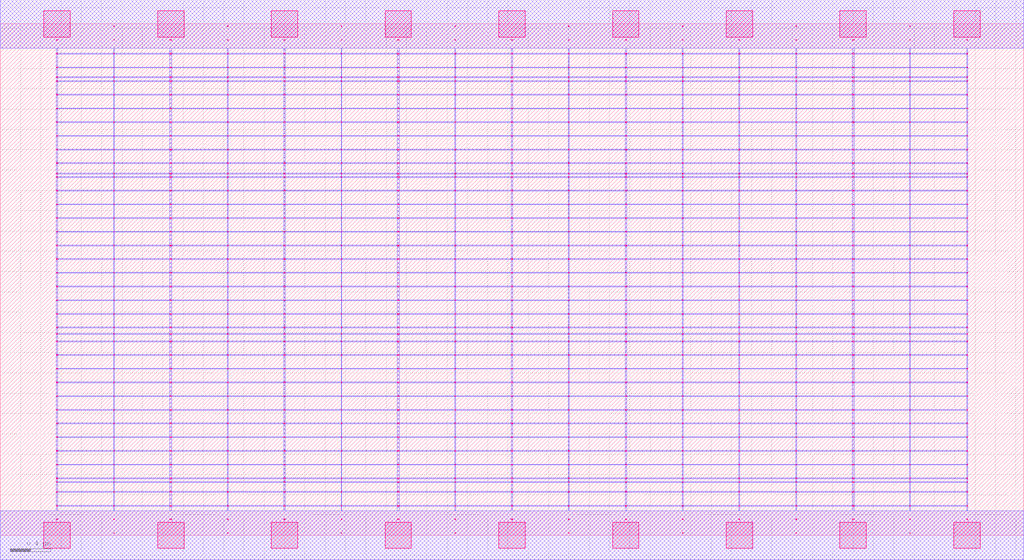
<source format=lef>
MACRO OAOAOI22111_DEBUG
 CLASS CORE ;
 FOREIGN OAOAOI22111_DEBUG 0 0 ;
 SIZE 10.08 BY 5.04 ;
 ORIGIN 0 0 ;
 SYMMETRY X Y R90 ;
 SITE unit ;

 OBS
    LAYER polycont ;
     RECT 5.03100000 2.58300000 5.04900000 2.59100000 ;
     RECT 5.03100000 2.71800000 5.04900000 2.72600000 ;
     RECT 5.03100000 2.85300000 5.04900000 2.86100000 ;
     RECT 5.03100000 2.98800000 5.04900000 2.99600000 ;
     RECT 7.27100000 2.58300000 7.28400000 2.59100000 ;
     RECT 7.83600000 2.58300000 7.84400000 2.59100000 ;
     RECT 8.39100000 2.58300000 8.40900000 2.59100000 ;
     RECT 8.95600000 2.58300000 8.96400000 2.59100000 ;
     RECT 9.51600000 2.58300000 9.52900000 2.59100000 ;
     RECT 5.59600000 2.58300000 5.60400000 2.59100000 ;
     RECT 5.59600000 2.71800000 5.60400000 2.72600000 ;
     RECT 6.15600000 2.71800000 6.16900000 2.72600000 ;
     RECT 6.71600000 2.71800000 6.72400000 2.72600000 ;
     RECT 7.27100000 2.71800000 7.28400000 2.72600000 ;
     RECT 7.83600000 2.71800000 7.84400000 2.72600000 ;
     RECT 8.39100000 2.71800000 8.40900000 2.72600000 ;
     RECT 8.95600000 2.71800000 8.96400000 2.72600000 ;
     RECT 9.51600000 2.71800000 9.52900000 2.72600000 ;
     RECT 6.15600000 2.58300000 6.16900000 2.59100000 ;
     RECT 5.59600000 2.85300000 5.60400000 2.86100000 ;
     RECT 6.15600000 2.85300000 6.16900000 2.86100000 ;
     RECT 6.71600000 2.85300000 6.72400000 2.86100000 ;
     RECT 7.27100000 2.85300000 7.28400000 2.86100000 ;
     RECT 7.83600000 2.85300000 7.84400000 2.86100000 ;
     RECT 8.39100000 2.85300000 8.40900000 2.86100000 ;
     RECT 8.95600000 2.85300000 8.96400000 2.86100000 ;
     RECT 9.51600000 2.85300000 9.52900000 2.86100000 ;
     RECT 6.71600000 2.58300000 6.72400000 2.59100000 ;
     RECT 5.59600000 2.98800000 5.60400000 2.99600000 ;
     RECT 6.15600000 2.98800000 6.16900000 2.99600000 ;
     RECT 6.71600000 2.98800000 6.72400000 2.99600000 ;
     RECT 7.27100000 2.98800000 7.28400000 2.99600000 ;
     RECT 7.83600000 2.98800000 7.84400000 2.99600000 ;
     RECT 8.39100000 2.98800000 8.40900000 2.99600000 ;
     RECT 8.95600000 2.98800000 8.96400000 2.99600000 ;
     RECT 9.51600000 2.98800000 9.52900000 2.99600000 ;
     RECT 6.71600000 3.12300000 6.72400000 3.13100000 ;
     RECT 6.71600000 3.25800000 6.72400000 3.26600000 ;
     RECT 6.71600000 3.39300000 6.72400000 3.40100000 ;
     RECT 6.71600000 3.52800000 6.72400000 3.53600000 ;
     RECT 6.71600000 3.56100000 6.72400000 3.56900000 ;
     RECT 6.71600000 3.66300000 6.72400000 3.67100000 ;
     RECT 6.71600000 3.79800000 6.72400000 3.80600000 ;
     RECT 6.71600000 3.93300000 6.72400000 3.94100000 ;
     RECT 6.71600000 4.06800000 6.72400000 4.07600000 ;
     RECT 6.71600000 4.20300000 6.72400000 4.21100000 ;
     RECT 6.71600000 4.33800000 6.72400000 4.34600000 ;
     RECT 6.71600000 4.47300000 6.72400000 4.48100000 ;
     RECT 6.71600000 4.51100000 6.72400000 4.51900000 ;
     RECT 6.71600000 4.60800000 6.72400000 4.61600000 ;
     RECT 6.71600000 4.74300000 6.72400000 4.75100000 ;
     RECT 6.71600000 4.87800000 6.72400000 4.88600000 ;
     RECT 1.11600000 2.98800000 1.12400000 2.99600000 ;
     RECT 1.67100000 2.98800000 1.68900000 2.99600000 ;
     RECT 2.23600000 2.98800000 2.24400000 2.99600000 ;
     RECT 2.79100000 2.98800000 2.80900000 2.99600000 ;
     RECT 3.35600000 2.98800000 3.36400000 2.99600000 ;
     RECT 3.91100000 2.98800000 3.92900000 2.99600000 ;
     RECT 4.47600000 2.98800000 4.48400000 2.99600000 ;
     RECT 2.23600000 2.58300000 2.24400000 2.59100000 ;
     RECT 2.79100000 2.58300000 2.80900000 2.59100000 ;
     RECT 3.35600000 2.58300000 3.36400000 2.59100000 ;
     RECT 3.91100000 2.58300000 3.92900000 2.59100000 ;
     RECT 4.47600000 2.58300000 4.48400000 2.59100000 ;
     RECT 0.55100000 2.58300000 0.56400000 2.59100000 ;
     RECT 0.55100000 2.71800000 0.56400000 2.72600000 ;
     RECT 0.55100000 2.85300000 0.56400000 2.86100000 ;
     RECT 1.11600000 2.85300000 1.12400000 2.86100000 ;
     RECT 1.67100000 2.85300000 1.68900000 2.86100000 ;
     RECT 2.23600000 2.85300000 2.24400000 2.86100000 ;
     RECT 2.79100000 2.85300000 2.80900000 2.86100000 ;
     RECT 3.35600000 2.85300000 3.36400000 2.86100000 ;
     RECT 3.91100000 2.85300000 3.92900000 2.86100000 ;
     RECT 4.47600000 2.85300000 4.48400000 2.86100000 ;
     RECT 1.11600000 2.71800000 1.12400000 2.72600000 ;
     RECT 1.67100000 2.71800000 1.68900000 2.72600000 ;
     RECT 2.23600000 2.71800000 2.24400000 2.72600000 ;
     RECT 2.79100000 2.71800000 2.80900000 2.72600000 ;
     RECT 3.35600000 2.71800000 3.36400000 2.72600000 ;
     RECT 3.91100000 2.71800000 3.92900000 2.72600000 ;
     RECT 4.47600000 2.71800000 4.48400000 2.72600000 ;
     RECT 1.11600000 2.58300000 1.12400000 2.59100000 ;
     RECT 1.67100000 2.58300000 1.68900000 2.59100000 ;
     RECT 0.55100000 2.98800000 0.56400000 2.99600000 ;
     RECT 6.71600000 0.55800000 6.72400000 0.56600000 ;
     RECT 6.71600000 0.69300000 6.72400000 0.70100000 ;
     RECT 6.71600000 0.82800000 6.72400000 0.83600000 ;
     RECT 6.71600000 0.96300000 6.72400000 0.97100000 ;
     RECT 6.71600000 1.09800000 6.72400000 1.10600000 ;
     RECT 6.71600000 1.23300000 6.72400000 1.24100000 ;
     RECT 6.71600000 1.36800000 6.72400000 1.37600000 ;
     RECT 6.71600000 1.50300000 6.72400000 1.51100000 ;
     RECT 6.71600000 1.63800000 6.72400000 1.64600000 ;
     RECT 6.71600000 1.77300000 6.72400000 1.78100000 ;
     RECT 6.71600000 1.90800000 6.72400000 1.91600000 ;
     RECT 6.71600000 1.98100000 6.72400000 1.98900000 ;
     RECT 6.71600000 2.04300000 6.72400000 2.05100000 ;
     RECT 6.71600000 2.17800000 6.72400000 2.18600000 ;
     RECT 6.71600000 2.31300000 6.72400000 2.32100000 ;
     RECT 6.71600000 2.44800000 6.72400000 2.45600000 ;
     RECT 6.71600000 0.15300000 6.72400000 0.16100000 ;
     RECT 6.71600000 0.28800000 6.72400000 0.29600000 ;
     RECT 6.71600000 0.42300000 6.72400000 0.43100000 ;
     RECT 6.71600000 0.52100000 6.72400000 0.52900000 ;

    LAYER pdiffc ;
     RECT 0.55100000 3.39300000 0.55900000 3.40100000 ;
     RECT 6.16100000 3.39300000 6.16900000 3.40100000 ;
     RECT 7.27100000 3.39300000 7.27900000 3.40100000 ;
     RECT 9.52100000 3.39300000 9.52900000 3.40100000 ;
     RECT 0.55100000 3.52800000 0.55900000 3.53600000 ;
     RECT 6.16100000 3.52800000 6.16900000 3.53600000 ;
     RECT 7.27100000 3.52800000 7.27900000 3.53600000 ;
     RECT 9.52100000 3.52800000 9.52900000 3.53600000 ;
     RECT 0.55100000 3.56100000 0.55900000 3.56900000 ;
     RECT 6.16100000 3.56100000 6.16900000 3.56900000 ;
     RECT 7.27100000 3.56100000 7.27900000 3.56900000 ;
     RECT 9.52100000 3.56100000 9.52900000 3.56900000 ;
     RECT 0.55100000 3.66300000 0.55900000 3.67100000 ;
     RECT 6.16100000 3.66300000 6.16900000 3.67100000 ;
     RECT 7.27100000 3.66300000 7.27900000 3.67100000 ;
     RECT 9.52100000 3.66300000 9.52900000 3.67100000 ;
     RECT 0.55100000 3.79800000 0.55900000 3.80600000 ;
     RECT 6.16100000 3.79800000 6.16900000 3.80600000 ;
     RECT 7.27100000 3.79800000 7.27900000 3.80600000 ;
     RECT 9.52100000 3.79800000 9.52900000 3.80600000 ;
     RECT 0.55100000 3.93300000 0.55900000 3.94100000 ;
     RECT 6.16100000 3.93300000 6.16900000 3.94100000 ;
     RECT 7.27100000 3.93300000 7.27900000 3.94100000 ;
     RECT 9.52100000 3.93300000 9.52900000 3.94100000 ;
     RECT 0.55100000 4.06800000 0.55900000 4.07600000 ;
     RECT 6.16100000 4.06800000 6.16900000 4.07600000 ;
     RECT 7.27100000 4.06800000 7.27900000 4.07600000 ;
     RECT 9.52100000 4.06800000 9.52900000 4.07600000 ;
     RECT 0.55100000 4.20300000 0.55900000 4.21100000 ;
     RECT 6.16100000 4.20300000 6.16900000 4.21100000 ;
     RECT 7.27100000 4.20300000 7.27900000 4.21100000 ;
     RECT 9.52100000 4.20300000 9.52900000 4.21100000 ;
     RECT 0.55100000 4.33800000 0.55900000 4.34600000 ;
     RECT 6.16100000 4.33800000 6.16900000 4.34600000 ;
     RECT 7.27100000 4.33800000 7.27900000 4.34600000 ;
     RECT 9.52100000 4.33800000 9.52900000 4.34600000 ;
     RECT 0.55100000 4.47300000 0.55900000 4.48100000 ;
     RECT 6.16100000 4.47300000 6.16900000 4.48100000 ;
     RECT 7.27100000 4.47300000 7.27900000 4.48100000 ;
     RECT 9.52100000 4.47300000 9.52900000 4.48100000 ;
     RECT 0.55100000 4.51100000 0.55900000 4.51900000 ;
     RECT 6.16100000 4.51100000 6.16900000 4.51900000 ;
     RECT 7.27100000 4.51100000 7.27900000 4.51900000 ;
     RECT 9.52100000 4.51100000 9.52900000 4.51900000 ;
     RECT 0.55100000 4.60800000 0.55900000 4.61600000 ;
     RECT 6.16100000 4.60800000 6.16900000 4.61600000 ;
     RECT 7.27100000 4.60800000 7.27900000 4.61600000 ;
     RECT 9.52100000 4.60800000 9.52900000 4.61600000 ;

    LAYER ndiffc ;
     RECT 5.03100000 0.42300000 5.04900000 0.43100000 ;
     RECT 5.03100000 0.52100000 5.04900000 0.52900000 ;
     RECT 5.03100000 0.55800000 5.04900000 0.56600000 ;
     RECT 5.03100000 0.69300000 5.04900000 0.70100000 ;
     RECT 5.03100000 0.82800000 5.04900000 0.83600000 ;
     RECT 5.03100000 0.96300000 5.04900000 0.97100000 ;
     RECT 5.03100000 1.09800000 5.04900000 1.10600000 ;
     RECT 5.03100000 1.23300000 5.04900000 1.24100000 ;
     RECT 5.03100000 1.36800000 5.04900000 1.37600000 ;
     RECT 5.03100000 1.50300000 5.04900000 1.51100000 ;
     RECT 5.03100000 1.63800000 5.04900000 1.64600000 ;
     RECT 5.03100000 1.77300000 5.04900000 1.78100000 ;
     RECT 5.03100000 1.90800000 5.04900000 1.91600000 ;
     RECT 5.03100000 1.98100000 5.04900000 1.98900000 ;
     RECT 5.03100000 2.04300000 5.04900000 2.05100000 ;
     RECT 8.39100000 0.42300000 8.40900000 0.43100000 ;
     RECT 6.15600000 0.69300000 6.16900000 0.70100000 ;
     RECT 7.27100000 0.69300000 7.28400000 0.70100000 ;
     RECT 8.39100000 0.69300000 8.40900000 0.70100000 ;
     RECT 9.51600000 0.69300000 9.52900000 0.70100000 ;
     RECT 9.51600000 0.42300000 9.52900000 0.43100000 ;
     RECT 6.15600000 0.82800000 6.16900000 0.83600000 ;
     RECT 7.27100000 0.82800000 7.28400000 0.83600000 ;
     RECT 8.39100000 0.82800000 8.40900000 0.83600000 ;
     RECT 9.51600000 0.82800000 9.52900000 0.83600000 ;
     RECT 6.15600000 0.42300000 6.16900000 0.43100000 ;
     RECT 6.15600000 0.96300000 6.16900000 0.97100000 ;
     RECT 7.27100000 0.96300000 7.28400000 0.97100000 ;
     RECT 8.39100000 0.96300000 8.40900000 0.97100000 ;
     RECT 9.51600000 0.96300000 9.52900000 0.97100000 ;
     RECT 6.15600000 0.52100000 6.16900000 0.52900000 ;
     RECT 6.15600000 1.09800000 6.16900000 1.10600000 ;
     RECT 7.27100000 1.09800000 7.28400000 1.10600000 ;
     RECT 8.39100000 1.09800000 8.40900000 1.10600000 ;
     RECT 9.51600000 1.09800000 9.52900000 1.10600000 ;
     RECT 7.27100000 0.52100000 7.28400000 0.52900000 ;
     RECT 6.15600000 1.23300000 6.16900000 1.24100000 ;
     RECT 7.27100000 1.23300000 7.28400000 1.24100000 ;
     RECT 8.39100000 1.23300000 8.40900000 1.24100000 ;
     RECT 9.51600000 1.23300000 9.52900000 1.24100000 ;
     RECT 8.39100000 0.52100000 8.40900000 0.52900000 ;
     RECT 6.15600000 1.36800000 6.16900000 1.37600000 ;
     RECT 7.27100000 1.36800000 7.28400000 1.37600000 ;
     RECT 8.39100000 1.36800000 8.40900000 1.37600000 ;
     RECT 9.51600000 1.36800000 9.52900000 1.37600000 ;
     RECT 9.51600000 0.52100000 9.52900000 0.52900000 ;
     RECT 6.15600000 1.50300000 6.16900000 1.51100000 ;
     RECT 7.27100000 1.50300000 7.28400000 1.51100000 ;
     RECT 8.39100000 1.50300000 8.40900000 1.51100000 ;
     RECT 9.51600000 1.50300000 9.52900000 1.51100000 ;
     RECT 7.27100000 0.42300000 7.28400000 0.43100000 ;
     RECT 6.15600000 1.63800000 6.16900000 1.64600000 ;
     RECT 7.27100000 1.63800000 7.28400000 1.64600000 ;
     RECT 8.39100000 1.63800000 8.40900000 1.64600000 ;
     RECT 9.51600000 1.63800000 9.52900000 1.64600000 ;
     RECT 6.15600000 0.55800000 6.16900000 0.56600000 ;
     RECT 6.15600000 1.77300000 6.16900000 1.78100000 ;
     RECT 7.27100000 1.77300000 7.28400000 1.78100000 ;
     RECT 8.39100000 1.77300000 8.40900000 1.78100000 ;
     RECT 9.51600000 1.77300000 9.52900000 1.78100000 ;
     RECT 7.27100000 0.55800000 7.28400000 0.56600000 ;
     RECT 6.15600000 1.90800000 6.16900000 1.91600000 ;
     RECT 7.27100000 1.90800000 7.28400000 1.91600000 ;
     RECT 8.39100000 1.90800000 8.40900000 1.91600000 ;
     RECT 9.51600000 1.90800000 9.52900000 1.91600000 ;
     RECT 8.39100000 0.55800000 8.40900000 0.56600000 ;
     RECT 6.15600000 1.98100000 6.16900000 1.98900000 ;
     RECT 7.27100000 1.98100000 7.28400000 1.98900000 ;
     RECT 8.39100000 1.98100000 8.40900000 1.98900000 ;
     RECT 9.51600000 1.98100000 9.52900000 1.98900000 ;
     RECT 9.51600000 0.55800000 9.52900000 0.56600000 ;
     RECT 6.15600000 2.04300000 6.16900000 2.05100000 ;
     RECT 7.27100000 2.04300000 7.28400000 2.05100000 ;
     RECT 8.39100000 2.04300000 8.40900000 2.05100000 ;
     RECT 9.51600000 2.04300000 9.52900000 2.05100000 ;
     RECT 3.91100000 1.36800000 3.92900000 1.37600000 ;
     RECT 2.79100000 0.55800000 2.80900000 0.56600000 ;
     RECT 3.91100000 0.55800000 3.92900000 0.56600000 ;
     RECT 1.67100000 0.52100000 1.68900000 0.52900000 ;
     RECT 2.79100000 0.52100000 2.80900000 0.52900000 ;
     RECT 3.91100000 0.52100000 3.92900000 0.52900000 ;
     RECT 0.55100000 1.50300000 0.56400000 1.51100000 ;
     RECT 1.67100000 1.50300000 1.68900000 1.51100000 ;
     RECT 2.79100000 1.50300000 2.80900000 1.51100000 ;
     RECT 3.91100000 1.50300000 3.92900000 1.51100000 ;
     RECT 0.55100000 0.96300000 0.56400000 0.97100000 ;
     RECT 1.67100000 0.96300000 1.68900000 0.97100000 ;
     RECT 2.79100000 0.96300000 2.80900000 0.97100000 ;
     RECT 3.91100000 0.96300000 3.92900000 0.97100000 ;
     RECT 1.67100000 0.42300000 1.68900000 0.43100000 ;
     RECT 0.55100000 1.63800000 0.56400000 1.64600000 ;
     RECT 1.67100000 1.63800000 1.68900000 1.64600000 ;
     RECT 2.79100000 1.63800000 2.80900000 1.64600000 ;
     RECT 3.91100000 1.63800000 3.92900000 1.64600000 ;
     RECT 2.79100000 0.42300000 2.80900000 0.43100000 ;
     RECT 0.55100000 0.69300000 0.56400000 0.70100000 ;
     RECT 1.67100000 0.69300000 1.68900000 0.70100000 ;
     RECT 2.79100000 0.69300000 2.80900000 0.70100000 ;
     RECT 0.55100000 1.09800000 0.56400000 1.10600000 ;
     RECT 0.55100000 1.77300000 0.56400000 1.78100000 ;
     RECT 1.67100000 1.77300000 1.68900000 1.78100000 ;
     RECT 2.79100000 1.77300000 2.80900000 1.78100000 ;
     RECT 3.91100000 1.77300000 3.92900000 1.78100000 ;
     RECT 1.67100000 1.09800000 1.68900000 1.10600000 ;
     RECT 2.79100000 1.09800000 2.80900000 1.10600000 ;
     RECT 3.91100000 1.09800000 3.92900000 1.10600000 ;
     RECT 3.91100000 0.69300000 3.92900000 0.70100000 ;
     RECT 3.91100000 0.42300000 3.92900000 0.43100000 ;
     RECT 0.55100000 1.90800000 0.56400000 1.91600000 ;
     RECT 1.67100000 1.90800000 1.68900000 1.91600000 ;
     RECT 2.79100000 1.90800000 2.80900000 1.91600000 ;
     RECT 3.91100000 1.90800000 3.92900000 1.91600000 ;
     RECT 0.55100000 0.42300000 0.56400000 0.43100000 ;
     RECT 0.55100000 0.52100000 0.56400000 0.52900000 ;
     RECT 0.55100000 0.55800000 0.56400000 0.56600000 ;
     RECT 0.55100000 1.23300000 0.56400000 1.24100000 ;
     RECT 1.67100000 1.23300000 1.68900000 1.24100000 ;
     RECT 0.55100000 1.98100000 0.56400000 1.98900000 ;
     RECT 1.67100000 1.98100000 1.68900000 1.98900000 ;
     RECT 2.79100000 1.98100000 2.80900000 1.98900000 ;
     RECT 3.91100000 1.98100000 3.92900000 1.98900000 ;
     RECT 2.79100000 1.23300000 2.80900000 1.24100000 ;
     RECT 3.91100000 1.23300000 3.92900000 1.24100000 ;
     RECT 1.67100000 0.55800000 1.68900000 0.56600000 ;
     RECT 0.55100000 0.82800000 0.56400000 0.83600000 ;
     RECT 1.67100000 0.82800000 1.68900000 0.83600000 ;
     RECT 0.55100000 2.04300000 0.56400000 2.05100000 ;
     RECT 1.67100000 2.04300000 1.68900000 2.05100000 ;
     RECT 2.79100000 2.04300000 2.80900000 2.05100000 ;
     RECT 3.91100000 2.04300000 3.92900000 2.05100000 ;
     RECT 2.79100000 0.82800000 2.80900000 0.83600000 ;
     RECT 3.91100000 0.82800000 3.92900000 0.83600000 ;
     RECT 0.55100000 1.36800000 0.56400000 1.37600000 ;
     RECT 1.67100000 1.36800000 1.68900000 1.37600000 ;
     RECT 2.79100000 1.36800000 2.80900000 1.37600000 ;

    LAYER met1 ;
     RECT 0.00000000 -0.24000000 10.08000000 0.24000000 ;
     RECT 5.03100000 0.24000000 5.04900000 0.28800000 ;
     RECT 0.55100000 0.28800000 9.52900000 0.29600000 ;
     RECT 5.03100000 0.29600000 5.04900000 0.42300000 ;
     RECT 0.55100000 0.42300000 9.52900000 0.43100000 ;
     RECT 5.03100000 0.43100000 5.04900000 0.52100000 ;
     RECT 0.55100000 0.52100000 9.52900000 0.52900000 ;
     RECT 5.03100000 0.52900000 5.04900000 0.55800000 ;
     RECT 0.55100000 0.55800000 9.52900000 0.56600000 ;
     RECT 5.03100000 0.56600000 5.04900000 0.69300000 ;
     RECT 0.55100000 0.69300000 9.52900000 0.70100000 ;
     RECT 5.03100000 0.70100000 5.04900000 0.82800000 ;
     RECT 0.55100000 0.82800000 9.52900000 0.83600000 ;
     RECT 5.03100000 0.83600000 5.04900000 0.96300000 ;
     RECT 0.55100000 0.96300000 9.52900000 0.97100000 ;
     RECT 5.03100000 0.97100000 5.04900000 1.09800000 ;
     RECT 0.55100000 1.09800000 9.52900000 1.10600000 ;
     RECT 5.03100000 1.10600000 5.04900000 1.23300000 ;
     RECT 0.55100000 1.23300000 9.52900000 1.24100000 ;
     RECT 5.03100000 1.24100000 5.04900000 1.36800000 ;
     RECT 0.55100000 1.36800000 9.52900000 1.37600000 ;
     RECT 5.03100000 1.37600000 5.04900000 1.50300000 ;
     RECT 0.55100000 1.50300000 9.52900000 1.51100000 ;
     RECT 5.03100000 1.51100000 5.04900000 1.63800000 ;
     RECT 0.55100000 1.63800000 9.52900000 1.64600000 ;
     RECT 5.03100000 1.64600000 5.04900000 1.77300000 ;
     RECT 0.55100000 1.77300000 9.52900000 1.78100000 ;
     RECT 5.03100000 1.78100000 5.04900000 1.90800000 ;
     RECT 0.55100000 1.90800000 9.52900000 1.91600000 ;
     RECT 5.03100000 1.91600000 5.04900000 1.98100000 ;
     RECT 0.55100000 1.98100000 9.52900000 1.98900000 ;
     RECT 5.03100000 1.98900000 5.04900000 2.04300000 ;
     RECT 0.55100000 2.04300000 9.52900000 2.05100000 ;
     RECT 5.03100000 2.05100000 5.04900000 2.17800000 ;
     RECT 0.55100000 2.17800000 9.52900000 2.18600000 ;
     RECT 5.03100000 2.18600000 5.04900000 2.31300000 ;
     RECT 0.55100000 2.31300000 9.52900000 2.32100000 ;
     RECT 5.03100000 2.32100000 5.04900000 2.44800000 ;
     RECT 0.55100000 2.44800000 9.52900000 2.45600000 ;
     RECT 0.55100000 2.45600000 0.56400000 2.58300000 ;
     RECT 1.11600000 2.45600000 1.12400000 2.58300000 ;
     RECT 1.67100000 2.45600000 1.68900000 2.58300000 ;
     RECT 2.23600000 2.45600000 2.24400000 2.58300000 ;
     RECT 2.79100000 2.45600000 2.80900000 2.58300000 ;
     RECT 3.35600000 2.45600000 3.36400000 2.58300000 ;
     RECT 3.91100000 2.45600000 3.92900000 2.58300000 ;
     RECT 4.47600000 2.45600000 4.48400000 2.58300000 ;
     RECT 5.03100000 2.45600000 5.04900000 2.58300000 ;
     RECT 5.59600000 2.45600000 5.60400000 2.58300000 ;
     RECT 6.15600000 2.45600000 6.16900000 2.58300000 ;
     RECT 6.71600000 2.45600000 6.72400000 2.58300000 ;
     RECT 7.27100000 2.45600000 7.28400000 2.58300000 ;
     RECT 7.83600000 2.45600000 7.84400000 2.58300000 ;
     RECT 8.39100000 2.45600000 8.40900000 2.58300000 ;
     RECT 8.95600000 2.45600000 8.96400000 2.58300000 ;
     RECT 9.51600000 2.45600000 9.52900000 2.58300000 ;
     RECT 0.55100000 2.58300000 9.52900000 2.59100000 ;
     RECT 5.03100000 2.59100000 5.04900000 2.71800000 ;
     RECT 0.55100000 2.71800000 9.52900000 2.72600000 ;
     RECT 5.03100000 2.72600000 5.04900000 2.85300000 ;
     RECT 0.55100000 2.85300000 9.52900000 2.86100000 ;
     RECT 5.03100000 2.86100000 5.04900000 2.98800000 ;
     RECT 0.55100000 2.98800000 9.52900000 2.99600000 ;
     RECT 5.03100000 2.99600000 5.04900000 3.12300000 ;
     RECT 0.55100000 3.12300000 9.52900000 3.13100000 ;
     RECT 5.03100000 3.13100000 5.04900000 3.25800000 ;
     RECT 0.55100000 3.25800000 9.52900000 3.26600000 ;
     RECT 5.03100000 3.26600000 5.04900000 3.39300000 ;
     RECT 0.55100000 3.39300000 9.52900000 3.40100000 ;
     RECT 5.03100000 3.40100000 5.04900000 3.52800000 ;
     RECT 0.55100000 3.52800000 9.52900000 3.53600000 ;
     RECT 5.03100000 3.53600000 5.04900000 3.56100000 ;
     RECT 0.55100000 3.56100000 9.52900000 3.56900000 ;
     RECT 5.03100000 3.56900000 5.04900000 3.66300000 ;
     RECT 0.55100000 3.66300000 9.52900000 3.67100000 ;
     RECT 5.03100000 3.67100000 5.04900000 3.79800000 ;
     RECT 0.55100000 3.79800000 9.52900000 3.80600000 ;
     RECT 5.03100000 3.80600000 5.04900000 3.93300000 ;
     RECT 0.55100000 3.93300000 9.52900000 3.94100000 ;
     RECT 5.03100000 3.94100000 5.04900000 4.06800000 ;
     RECT 0.55100000 4.06800000 9.52900000 4.07600000 ;
     RECT 5.03100000 4.07600000 5.04900000 4.20300000 ;
     RECT 0.55100000 4.20300000 9.52900000 4.21100000 ;
     RECT 5.03100000 4.21100000 5.04900000 4.33800000 ;
     RECT 0.55100000 4.33800000 9.52900000 4.34600000 ;
     RECT 5.03100000 4.34600000 5.04900000 4.47300000 ;
     RECT 0.55100000 4.47300000 9.52900000 4.48100000 ;
     RECT 5.03100000 4.48100000 5.04900000 4.51100000 ;
     RECT 0.55100000 4.51100000 9.52900000 4.51900000 ;
     RECT 5.03100000 4.51900000 5.04900000 4.60800000 ;
     RECT 0.55100000 4.60800000 9.52900000 4.61600000 ;
     RECT 5.03100000 4.61600000 5.04900000 4.74300000 ;
     RECT 0.55100000 4.74300000 9.52900000 4.75100000 ;
     RECT 5.03100000 4.75100000 5.04900000 4.80000000 ;
     RECT 0.00000000 4.80000000 10.08000000 5.28000000 ;
     RECT 5.59600000 3.80600000 5.60400000 3.93300000 ;
     RECT 6.15600000 3.80600000 6.16900000 3.93300000 ;
     RECT 6.71600000 3.80600000 6.72400000 3.93300000 ;
     RECT 7.27100000 3.80600000 7.28400000 3.93300000 ;
     RECT 7.83600000 3.80600000 7.84400000 3.93300000 ;
     RECT 8.39100000 3.80600000 8.40900000 3.93300000 ;
     RECT 8.95600000 3.80600000 8.96400000 3.93300000 ;
     RECT 9.51600000 3.80600000 9.52900000 3.93300000 ;
     RECT 7.83600000 3.94100000 7.84400000 4.06800000 ;
     RECT 8.39100000 3.94100000 8.40900000 4.06800000 ;
     RECT 8.95600000 3.94100000 8.96400000 4.06800000 ;
     RECT 9.51600000 3.94100000 9.52900000 4.06800000 ;
     RECT 7.83600000 4.07600000 7.84400000 4.20300000 ;
     RECT 8.39100000 4.07600000 8.40900000 4.20300000 ;
     RECT 8.95600000 4.07600000 8.96400000 4.20300000 ;
     RECT 9.51600000 4.07600000 9.52900000 4.20300000 ;
     RECT 7.83600000 4.21100000 7.84400000 4.33800000 ;
     RECT 8.39100000 4.21100000 8.40900000 4.33800000 ;
     RECT 8.95600000 4.21100000 8.96400000 4.33800000 ;
     RECT 9.51600000 4.21100000 9.52900000 4.33800000 ;
     RECT 7.83600000 4.34600000 7.84400000 4.47300000 ;
     RECT 8.39100000 4.34600000 8.40900000 4.47300000 ;
     RECT 8.95600000 4.34600000 8.96400000 4.47300000 ;
     RECT 9.51600000 4.34600000 9.52900000 4.47300000 ;
     RECT 7.83600000 4.48100000 7.84400000 4.51100000 ;
     RECT 8.39100000 4.48100000 8.40900000 4.51100000 ;
     RECT 8.95600000 4.48100000 8.96400000 4.51100000 ;
     RECT 9.51600000 4.48100000 9.52900000 4.51100000 ;
     RECT 7.83600000 4.51900000 7.84400000 4.60800000 ;
     RECT 8.39100000 4.51900000 8.40900000 4.60800000 ;
     RECT 8.95600000 4.51900000 8.96400000 4.60800000 ;
     RECT 9.51600000 4.51900000 9.52900000 4.60800000 ;
     RECT 7.83600000 4.61600000 7.84400000 4.74300000 ;
     RECT 8.39100000 4.61600000 8.40900000 4.74300000 ;
     RECT 8.95600000 4.61600000 8.96400000 4.74300000 ;
     RECT 9.51600000 4.61600000 9.52900000 4.74300000 ;
     RECT 7.83600000 4.75100000 7.84400000 4.80000000 ;
     RECT 8.39100000 4.75100000 8.40900000 4.80000000 ;
     RECT 8.95600000 4.75100000 8.96400000 4.80000000 ;
     RECT 9.51600000 4.75100000 9.52900000 4.80000000 ;
     RECT 5.59600000 4.48100000 5.60400000 4.51100000 ;
     RECT 6.15600000 4.48100000 6.16900000 4.51100000 ;
     RECT 6.71600000 4.48100000 6.72400000 4.51100000 ;
     RECT 7.27100000 4.48100000 7.28400000 4.51100000 ;
     RECT 5.59600000 4.21100000 5.60400000 4.33800000 ;
     RECT 6.15600000 4.21100000 6.16900000 4.33800000 ;
     RECT 6.71600000 4.21100000 6.72400000 4.33800000 ;
     RECT 7.27100000 4.21100000 7.28400000 4.33800000 ;
     RECT 5.59600000 4.51900000 5.60400000 4.60800000 ;
     RECT 6.15600000 4.51900000 6.16900000 4.60800000 ;
     RECT 6.71600000 4.51900000 6.72400000 4.60800000 ;
     RECT 7.27100000 4.51900000 7.28400000 4.60800000 ;
     RECT 5.59600000 4.07600000 5.60400000 4.20300000 ;
     RECT 6.15600000 4.07600000 6.16900000 4.20300000 ;
     RECT 6.71600000 4.07600000 6.72400000 4.20300000 ;
     RECT 7.27100000 4.07600000 7.28400000 4.20300000 ;
     RECT 5.59600000 4.61600000 5.60400000 4.74300000 ;
     RECT 6.15600000 4.61600000 6.16900000 4.74300000 ;
     RECT 6.71600000 4.61600000 6.72400000 4.74300000 ;
     RECT 7.27100000 4.61600000 7.28400000 4.74300000 ;
     RECT 5.59600000 4.34600000 5.60400000 4.47300000 ;
     RECT 6.15600000 4.34600000 6.16900000 4.47300000 ;
     RECT 6.71600000 4.34600000 6.72400000 4.47300000 ;
     RECT 7.27100000 4.34600000 7.28400000 4.47300000 ;
     RECT 5.59600000 4.75100000 5.60400000 4.80000000 ;
     RECT 6.15600000 4.75100000 6.16900000 4.80000000 ;
     RECT 6.71600000 4.75100000 6.72400000 4.80000000 ;
     RECT 7.27100000 4.75100000 7.28400000 4.80000000 ;
     RECT 5.59600000 3.94100000 5.60400000 4.06800000 ;
     RECT 6.15600000 3.94100000 6.16900000 4.06800000 ;
     RECT 6.71600000 3.94100000 6.72400000 4.06800000 ;
     RECT 7.27100000 3.94100000 7.28400000 4.06800000 ;
     RECT 5.59600000 2.59100000 5.60400000 2.71800000 ;
     RECT 6.15600000 2.59100000 6.16900000 2.71800000 ;
     RECT 5.59600000 3.26600000 5.60400000 3.39300000 ;
     RECT 6.15600000 3.26600000 6.16900000 3.39300000 ;
     RECT 5.59600000 2.86100000 5.60400000 2.98800000 ;
     RECT 6.15600000 2.86100000 6.16900000 2.98800000 ;
     RECT 6.71600000 3.26600000 6.72400000 3.39300000 ;
     RECT 7.27100000 3.26600000 7.28400000 3.39300000 ;
     RECT 5.59600000 2.72600000 5.60400000 2.85300000 ;
     RECT 6.15600000 2.72600000 6.16900000 2.85300000 ;
     RECT 5.59600000 3.40100000 5.60400000 3.52800000 ;
     RECT 6.15600000 3.40100000 6.16900000 3.52800000 ;
     RECT 5.59600000 2.99600000 5.60400000 3.12300000 ;
     RECT 6.15600000 2.99600000 6.16900000 3.12300000 ;
     RECT 6.71600000 3.40100000 6.72400000 3.52800000 ;
     RECT 7.27100000 3.40100000 7.28400000 3.52800000 ;
     RECT 6.71600000 2.86100000 6.72400000 2.98800000 ;
     RECT 7.27100000 2.86100000 7.28400000 2.98800000 ;
     RECT 6.71600000 2.72600000 6.72400000 2.85300000 ;
     RECT 7.27100000 2.72600000 7.28400000 2.85300000 ;
     RECT 5.59600000 3.53600000 5.60400000 3.56100000 ;
     RECT 6.15600000 3.53600000 6.16900000 3.56100000 ;
     RECT 6.71600000 2.99600000 6.72400000 3.12300000 ;
     RECT 7.27100000 2.99600000 7.28400000 3.12300000 ;
     RECT 6.71600000 3.53600000 6.72400000 3.56100000 ;
     RECT 7.27100000 3.53600000 7.28400000 3.56100000 ;
     RECT 5.59600000 3.56900000 5.60400000 3.66300000 ;
     RECT 6.15600000 3.56900000 6.16900000 3.66300000 ;
     RECT 6.71600000 3.56900000 6.72400000 3.66300000 ;
     RECT 7.27100000 3.56900000 7.28400000 3.66300000 ;
     RECT 5.59600000 3.67100000 5.60400000 3.79800000 ;
     RECT 6.15600000 3.67100000 6.16900000 3.79800000 ;
     RECT 6.71600000 3.67100000 6.72400000 3.79800000 ;
     RECT 7.27100000 3.67100000 7.28400000 3.79800000 ;
     RECT 6.71600000 2.59100000 6.72400000 2.71800000 ;
     RECT 7.27100000 2.59100000 7.28400000 2.71800000 ;
     RECT 5.59600000 3.13100000 5.60400000 3.25800000 ;
     RECT 6.15600000 3.13100000 6.16900000 3.25800000 ;
     RECT 6.71600000 3.13100000 6.72400000 3.25800000 ;
     RECT 7.27100000 3.13100000 7.28400000 3.25800000 ;
     RECT 8.39100000 2.59100000 8.40900000 2.71800000 ;
     RECT 9.51600000 2.99600000 9.52900000 3.12300000 ;
     RECT 7.83600000 3.13100000 7.84400000 3.25800000 ;
     RECT 7.83600000 3.56900000 7.84400000 3.66300000 ;
     RECT 8.39100000 3.56900000 8.40900000 3.66300000 ;
     RECT 8.95600000 3.56900000 8.96400000 3.66300000 ;
     RECT 9.51600000 3.56900000 9.52900000 3.66300000 ;
     RECT 8.95600000 2.72600000 8.96400000 2.85300000 ;
     RECT 9.51600000 2.72600000 9.52900000 2.85300000 ;
     RECT 8.39100000 3.13100000 8.40900000 3.25800000 ;
     RECT 7.83600000 3.40100000 7.84400000 3.52800000 ;
     RECT 8.39100000 3.40100000 8.40900000 3.52800000 ;
     RECT 8.95600000 3.40100000 8.96400000 3.52800000 ;
     RECT 7.83600000 3.67100000 7.84400000 3.79800000 ;
     RECT 8.39100000 3.67100000 8.40900000 3.79800000 ;
     RECT 8.95600000 3.67100000 8.96400000 3.79800000 ;
     RECT 7.83600000 2.86100000 7.84400000 2.98800000 ;
     RECT 8.39100000 2.86100000 8.40900000 2.98800000 ;
     RECT 9.51600000 3.67100000 9.52900000 3.79800000 ;
     RECT 9.51600000 3.40100000 9.52900000 3.52800000 ;
     RECT 8.95600000 3.13100000 8.96400000 3.25800000 ;
     RECT 7.83600000 3.26600000 7.84400000 3.39300000 ;
     RECT 8.39100000 3.26600000 8.40900000 3.39300000 ;
     RECT 8.95600000 3.26600000 8.96400000 3.39300000 ;
     RECT 9.51600000 3.26600000 9.52900000 3.39300000 ;
     RECT 9.51600000 3.13100000 9.52900000 3.25800000 ;
     RECT 8.95600000 2.86100000 8.96400000 2.98800000 ;
     RECT 9.51600000 2.86100000 9.52900000 2.98800000 ;
     RECT 7.83600000 3.53600000 7.84400000 3.56100000 ;
     RECT 7.83600000 2.99600000 7.84400000 3.12300000 ;
     RECT 8.39100000 2.99600000 8.40900000 3.12300000 ;
     RECT 8.39100000 3.53600000 8.40900000 3.56100000 ;
     RECT 8.95600000 3.53600000 8.96400000 3.56100000 ;
     RECT 9.51600000 3.53600000 9.52900000 3.56100000 ;
     RECT 7.83600000 2.72600000 7.84400000 2.85300000 ;
     RECT 8.39100000 2.72600000 8.40900000 2.85300000 ;
     RECT 8.95600000 2.59100000 8.96400000 2.71800000 ;
     RECT 9.51600000 2.59100000 9.52900000 2.71800000 ;
     RECT 7.83600000 2.59100000 7.84400000 2.71800000 ;
     RECT 8.95600000 2.99600000 8.96400000 3.12300000 ;
     RECT 0.55100000 3.80600000 0.56400000 3.93300000 ;
     RECT 1.11600000 3.80600000 1.12400000 3.93300000 ;
     RECT 1.67100000 3.80600000 1.68900000 3.93300000 ;
     RECT 2.23600000 3.80600000 2.24400000 3.93300000 ;
     RECT 2.79100000 3.80600000 2.80900000 3.93300000 ;
     RECT 3.35600000 3.80600000 3.36400000 3.93300000 ;
     RECT 3.91100000 3.80600000 3.92900000 3.93300000 ;
     RECT 4.47600000 3.80600000 4.48400000 3.93300000 ;
     RECT 2.79100000 4.21100000 2.80900000 4.33800000 ;
     RECT 3.35600000 4.21100000 3.36400000 4.33800000 ;
     RECT 3.91100000 4.21100000 3.92900000 4.33800000 ;
     RECT 4.47600000 4.21100000 4.48400000 4.33800000 ;
     RECT 2.79100000 4.34600000 2.80900000 4.47300000 ;
     RECT 3.35600000 4.34600000 3.36400000 4.47300000 ;
     RECT 3.91100000 4.34600000 3.92900000 4.47300000 ;
     RECT 4.47600000 4.34600000 4.48400000 4.47300000 ;
     RECT 2.79100000 4.48100000 2.80900000 4.51100000 ;
     RECT 3.35600000 4.48100000 3.36400000 4.51100000 ;
     RECT 3.91100000 4.48100000 3.92900000 4.51100000 ;
     RECT 4.47600000 4.48100000 4.48400000 4.51100000 ;
     RECT 2.79100000 4.51900000 2.80900000 4.60800000 ;
     RECT 3.35600000 4.51900000 3.36400000 4.60800000 ;
     RECT 3.91100000 4.51900000 3.92900000 4.60800000 ;
     RECT 4.47600000 4.51900000 4.48400000 4.60800000 ;
     RECT 2.79100000 4.61600000 2.80900000 4.74300000 ;
     RECT 3.35600000 4.61600000 3.36400000 4.74300000 ;
     RECT 3.91100000 4.61600000 3.92900000 4.74300000 ;
     RECT 4.47600000 4.61600000 4.48400000 4.74300000 ;
     RECT 2.79100000 4.75100000 2.80900000 4.80000000 ;
     RECT 3.35600000 4.75100000 3.36400000 4.80000000 ;
     RECT 3.91100000 4.75100000 3.92900000 4.80000000 ;
     RECT 4.47600000 4.75100000 4.48400000 4.80000000 ;
     RECT 2.79100000 3.94100000 2.80900000 4.06800000 ;
     RECT 3.35600000 3.94100000 3.36400000 4.06800000 ;
     RECT 3.91100000 3.94100000 3.92900000 4.06800000 ;
     RECT 4.47600000 3.94100000 4.48400000 4.06800000 ;
     RECT 2.79100000 4.07600000 2.80900000 4.20300000 ;
     RECT 3.35600000 4.07600000 3.36400000 4.20300000 ;
     RECT 3.91100000 4.07600000 3.92900000 4.20300000 ;
     RECT 4.47600000 4.07600000 4.48400000 4.20300000 ;
     RECT 0.55100000 4.51900000 0.56400000 4.60800000 ;
     RECT 1.11600000 4.51900000 1.12400000 4.60800000 ;
     RECT 1.67100000 4.51900000 1.68900000 4.60800000 ;
     RECT 2.23600000 4.51900000 2.24400000 4.60800000 ;
     RECT 0.55100000 4.07600000 0.56400000 4.20300000 ;
     RECT 1.11600000 4.07600000 1.12400000 4.20300000 ;
     RECT 1.67100000 4.07600000 1.68900000 4.20300000 ;
     RECT 2.23600000 4.07600000 2.24400000 4.20300000 ;
     RECT 0.55100000 4.61600000 0.56400000 4.74300000 ;
     RECT 1.11600000 4.61600000 1.12400000 4.74300000 ;
     RECT 1.67100000 4.61600000 1.68900000 4.74300000 ;
     RECT 2.23600000 4.61600000 2.24400000 4.74300000 ;
     RECT 0.55100000 4.34600000 0.56400000 4.47300000 ;
     RECT 1.11600000 4.34600000 1.12400000 4.47300000 ;
     RECT 1.67100000 4.34600000 1.68900000 4.47300000 ;
     RECT 2.23600000 4.34600000 2.24400000 4.47300000 ;
     RECT 0.55100000 4.75100000 0.56400000 4.80000000 ;
     RECT 1.11600000 4.75100000 1.12400000 4.80000000 ;
     RECT 1.67100000 4.75100000 1.68900000 4.80000000 ;
     RECT 2.23600000 4.75100000 2.24400000 4.80000000 ;
     RECT 0.55100000 3.94100000 0.56400000 4.06800000 ;
     RECT 1.11600000 3.94100000 1.12400000 4.06800000 ;
     RECT 1.67100000 3.94100000 1.68900000 4.06800000 ;
     RECT 2.23600000 3.94100000 2.24400000 4.06800000 ;
     RECT 0.55100000 4.48100000 0.56400000 4.51100000 ;
     RECT 1.11600000 4.48100000 1.12400000 4.51100000 ;
     RECT 1.67100000 4.48100000 1.68900000 4.51100000 ;
     RECT 2.23600000 4.48100000 2.24400000 4.51100000 ;
     RECT 0.55100000 4.21100000 0.56400000 4.33800000 ;
     RECT 1.11600000 4.21100000 1.12400000 4.33800000 ;
     RECT 1.67100000 4.21100000 1.68900000 4.33800000 ;
     RECT 2.23600000 4.21100000 2.24400000 4.33800000 ;
     RECT 1.67100000 2.86100000 1.68900000 2.98800000 ;
     RECT 2.23600000 2.86100000 2.24400000 2.98800000 ;
     RECT 0.55100000 3.13100000 0.56400000 3.25800000 ;
     RECT 1.11600000 3.13100000 1.12400000 3.25800000 ;
     RECT 1.67100000 3.13100000 1.68900000 3.25800000 ;
     RECT 2.23600000 3.13100000 2.24400000 3.25800000 ;
     RECT 0.55100000 3.67100000 0.56400000 3.79800000 ;
     RECT 1.11600000 3.67100000 1.12400000 3.79800000 ;
     RECT 1.67100000 3.67100000 1.68900000 3.79800000 ;
     RECT 2.23600000 3.67100000 2.24400000 3.79800000 ;
     RECT 0.55100000 2.59100000 0.56400000 2.71800000 ;
     RECT 1.11600000 2.59100000 1.12400000 2.71800000 ;
     RECT 0.55100000 2.72600000 0.56400000 2.85300000 ;
     RECT 1.11600000 2.72600000 1.12400000 2.85300000 ;
     RECT 0.55100000 2.86100000 0.56400000 2.98800000 ;
     RECT 1.11600000 2.86100000 1.12400000 2.98800000 ;
     RECT 0.55100000 3.53600000 0.56400000 3.56100000 ;
     RECT 1.11600000 3.53600000 1.12400000 3.56100000 ;
     RECT 0.55100000 3.26600000 0.56400000 3.39300000 ;
     RECT 1.11600000 3.26600000 1.12400000 3.39300000 ;
     RECT 1.67100000 3.26600000 1.68900000 3.39300000 ;
     RECT 2.23600000 3.26600000 2.24400000 3.39300000 ;
     RECT 1.67100000 2.59100000 1.68900000 2.71800000 ;
     RECT 2.23600000 2.59100000 2.24400000 2.71800000 ;
     RECT 0.55100000 3.56900000 0.56400000 3.66300000 ;
     RECT 1.11600000 3.56900000 1.12400000 3.66300000 ;
     RECT 1.67100000 3.56900000 1.68900000 3.66300000 ;
     RECT 2.23600000 3.56900000 2.24400000 3.66300000 ;
     RECT 1.67100000 3.53600000 1.68900000 3.56100000 ;
     RECT 2.23600000 3.53600000 2.24400000 3.56100000 ;
     RECT 1.67100000 2.99600000 1.68900000 3.12300000 ;
     RECT 2.23600000 2.99600000 2.24400000 3.12300000 ;
     RECT 0.55100000 3.40100000 0.56400000 3.52800000 ;
     RECT 1.11600000 3.40100000 1.12400000 3.52800000 ;
     RECT 0.55100000 2.99600000 0.56400000 3.12300000 ;
     RECT 1.11600000 2.99600000 1.12400000 3.12300000 ;
     RECT 1.67100000 2.72600000 1.68900000 2.85300000 ;
     RECT 2.23600000 2.72600000 2.24400000 2.85300000 ;
     RECT 1.67100000 3.40100000 1.68900000 3.52800000 ;
     RECT 2.23600000 3.40100000 2.24400000 3.52800000 ;
     RECT 2.79100000 3.67100000 2.80900000 3.79800000 ;
     RECT 3.35600000 3.67100000 3.36400000 3.79800000 ;
     RECT 3.91100000 3.67100000 3.92900000 3.79800000 ;
     RECT 4.47600000 3.67100000 4.48400000 3.79800000 ;
     RECT 2.79100000 3.40100000 2.80900000 3.52800000 ;
     RECT 3.35600000 3.40100000 3.36400000 3.52800000 ;
     RECT 3.91100000 3.40100000 3.92900000 3.52800000 ;
     RECT 4.47600000 3.40100000 4.48400000 3.52800000 ;
     RECT 2.79100000 3.53600000 2.80900000 3.56100000 ;
     RECT 3.35600000 3.53600000 3.36400000 3.56100000 ;
     RECT 3.91100000 3.56900000 3.92900000 3.66300000 ;
     RECT 4.47600000 3.56900000 4.48400000 3.66300000 ;
     RECT 2.79100000 2.86100000 2.80900000 2.98800000 ;
     RECT 3.35600000 2.86100000 3.36400000 2.98800000 ;
     RECT 3.91100000 2.86100000 3.92900000 2.98800000 ;
     RECT 4.47600000 2.86100000 4.48400000 2.98800000 ;
     RECT 2.79100000 3.26600000 2.80900000 3.39300000 ;
     RECT 3.35600000 3.26600000 3.36400000 3.39300000 ;
     RECT 3.91100000 3.26600000 3.92900000 3.39300000 ;
     RECT 4.47600000 3.26600000 4.48400000 3.39300000 ;
     RECT 3.91100000 3.53600000 3.92900000 3.56100000 ;
     RECT 4.47600000 3.53600000 4.48400000 3.56100000 ;
     RECT 2.79100000 2.72600000 2.80900000 2.85300000 ;
     RECT 3.35600000 2.72600000 3.36400000 2.85300000 ;
     RECT 2.79100000 3.13100000 2.80900000 3.25800000 ;
     RECT 3.35600000 3.13100000 3.36400000 3.25800000 ;
     RECT 3.91100000 3.13100000 3.92900000 3.25800000 ;
     RECT 4.47600000 3.13100000 4.48400000 3.25800000 ;
     RECT 3.91100000 2.99600000 3.92900000 3.12300000 ;
     RECT 4.47600000 2.99600000 4.48400000 3.12300000 ;
     RECT 3.91100000 2.59100000 3.92900000 2.71800000 ;
     RECT 4.47600000 2.59100000 4.48400000 2.71800000 ;
     RECT 3.91100000 2.72600000 3.92900000 2.85300000 ;
     RECT 4.47600000 2.72600000 4.48400000 2.85300000 ;
     RECT 2.79100000 3.56900000 2.80900000 3.66300000 ;
     RECT 3.35600000 3.56900000 3.36400000 3.66300000 ;
     RECT 2.79100000 2.99600000 2.80900000 3.12300000 ;
     RECT 3.35600000 2.99600000 3.36400000 3.12300000 ;
     RECT 2.79100000 2.59100000 2.80900000 2.71800000 ;
     RECT 3.35600000 2.59100000 3.36400000 2.71800000 ;
     RECT 0.55100000 1.10600000 0.56400000 1.23300000 ;
     RECT 1.11600000 1.10600000 1.12400000 1.23300000 ;
     RECT 1.67100000 1.10600000 1.68900000 1.23300000 ;
     RECT 2.23600000 1.10600000 2.24400000 1.23300000 ;
     RECT 2.79100000 1.10600000 2.80900000 1.23300000 ;
     RECT 3.35600000 1.10600000 3.36400000 1.23300000 ;
     RECT 3.91100000 1.10600000 3.92900000 1.23300000 ;
     RECT 4.47600000 1.10600000 4.48400000 1.23300000 ;
     RECT 2.79100000 1.51100000 2.80900000 1.63800000 ;
     RECT 3.35600000 1.51100000 3.36400000 1.63800000 ;
     RECT 3.91100000 1.51100000 3.92900000 1.63800000 ;
     RECT 4.47600000 1.51100000 4.48400000 1.63800000 ;
     RECT 2.79100000 1.64600000 2.80900000 1.77300000 ;
     RECT 3.35600000 1.64600000 3.36400000 1.77300000 ;
     RECT 3.91100000 1.64600000 3.92900000 1.77300000 ;
     RECT 4.47600000 1.64600000 4.48400000 1.77300000 ;
     RECT 2.79100000 1.78100000 2.80900000 1.90800000 ;
     RECT 3.35600000 1.78100000 3.36400000 1.90800000 ;
     RECT 3.91100000 1.78100000 3.92900000 1.90800000 ;
     RECT 4.47600000 1.78100000 4.48400000 1.90800000 ;
     RECT 2.79100000 1.91600000 2.80900000 1.98100000 ;
     RECT 3.35600000 1.91600000 3.36400000 1.98100000 ;
     RECT 3.91100000 1.91600000 3.92900000 1.98100000 ;
     RECT 4.47600000 1.91600000 4.48400000 1.98100000 ;
     RECT 2.79100000 1.98900000 2.80900000 2.04300000 ;
     RECT 3.35600000 1.98900000 3.36400000 2.04300000 ;
     RECT 3.91100000 1.98900000 3.92900000 2.04300000 ;
     RECT 4.47600000 1.98900000 4.48400000 2.04300000 ;
     RECT 2.79100000 2.05100000 2.80900000 2.17800000 ;
     RECT 3.35600000 2.05100000 3.36400000 2.17800000 ;
     RECT 3.91100000 2.05100000 3.92900000 2.17800000 ;
     RECT 4.47600000 2.05100000 4.48400000 2.17800000 ;
     RECT 2.79100000 2.18600000 2.80900000 2.31300000 ;
     RECT 3.35600000 2.18600000 3.36400000 2.31300000 ;
     RECT 3.91100000 2.18600000 3.92900000 2.31300000 ;
     RECT 4.47600000 2.18600000 4.48400000 2.31300000 ;
     RECT 2.79100000 2.32100000 2.80900000 2.44800000 ;
     RECT 3.35600000 2.32100000 3.36400000 2.44800000 ;
     RECT 3.91100000 2.32100000 3.92900000 2.44800000 ;
     RECT 4.47600000 2.32100000 4.48400000 2.44800000 ;
     RECT 2.79100000 1.24100000 2.80900000 1.36800000 ;
     RECT 3.35600000 1.24100000 3.36400000 1.36800000 ;
     RECT 3.91100000 1.24100000 3.92900000 1.36800000 ;
     RECT 4.47600000 1.24100000 4.48400000 1.36800000 ;
     RECT 2.79100000 1.37600000 2.80900000 1.50300000 ;
     RECT 3.35600000 1.37600000 3.36400000 1.50300000 ;
     RECT 3.91100000 1.37600000 3.92900000 1.50300000 ;
     RECT 4.47600000 1.37600000 4.48400000 1.50300000 ;
     RECT 0.55100000 1.51100000 0.56400000 1.63800000 ;
     RECT 1.11600000 1.51100000 1.12400000 1.63800000 ;
     RECT 1.67100000 1.51100000 1.68900000 1.63800000 ;
     RECT 2.23600000 1.51100000 2.24400000 1.63800000 ;
     RECT 0.55100000 2.05100000 0.56400000 2.17800000 ;
     RECT 1.11600000 2.05100000 1.12400000 2.17800000 ;
     RECT 1.67100000 2.05100000 1.68900000 2.17800000 ;
     RECT 2.23600000 2.05100000 2.24400000 2.17800000 ;
     RECT 0.55100000 1.78100000 0.56400000 1.90800000 ;
     RECT 1.11600000 1.78100000 1.12400000 1.90800000 ;
     RECT 1.67100000 1.78100000 1.68900000 1.90800000 ;
     RECT 2.23600000 1.78100000 2.24400000 1.90800000 ;
     RECT 0.55100000 2.18600000 0.56400000 2.31300000 ;
     RECT 1.11600000 2.18600000 1.12400000 2.31300000 ;
     RECT 1.67100000 2.18600000 1.68900000 2.31300000 ;
     RECT 2.23600000 2.18600000 2.24400000 2.31300000 ;
     RECT 0.55100000 1.37600000 0.56400000 1.50300000 ;
     RECT 1.11600000 1.37600000 1.12400000 1.50300000 ;
     RECT 1.67100000 1.37600000 1.68900000 1.50300000 ;
     RECT 2.23600000 1.37600000 2.24400000 1.50300000 ;
     RECT 0.55100000 2.32100000 0.56400000 2.44800000 ;
     RECT 1.11600000 2.32100000 1.12400000 2.44800000 ;
     RECT 1.67100000 2.32100000 1.68900000 2.44800000 ;
     RECT 2.23600000 2.32100000 2.24400000 2.44800000 ;
     RECT 0.55100000 1.91600000 0.56400000 1.98100000 ;
     RECT 1.11600000 1.91600000 1.12400000 1.98100000 ;
     RECT 1.67100000 1.91600000 1.68900000 1.98100000 ;
     RECT 2.23600000 1.91600000 2.24400000 1.98100000 ;
     RECT 0.55100000 1.64600000 0.56400000 1.77300000 ;
     RECT 1.11600000 1.64600000 1.12400000 1.77300000 ;
     RECT 1.67100000 1.64600000 1.68900000 1.77300000 ;
     RECT 2.23600000 1.64600000 2.24400000 1.77300000 ;
     RECT 0.55100000 1.98900000 0.56400000 2.04300000 ;
     RECT 1.11600000 1.98900000 1.12400000 2.04300000 ;
     RECT 1.67100000 1.98900000 1.68900000 2.04300000 ;
     RECT 2.23600000 1.98900000 2.24400000 2.04300000 ;
     RECT 0.55100000 1.24100000 0.56400000 1.36800000 ;
     RECT 1.11600000 1.24100000 1.12400000 1.36800000 ;
     RECT 1.67100000 1.24100000 1.68900000 1.36800000 ;
     RECT 2.23600000 1.24100000 2.24400000 1.36800000 ;
     RECT 1.67100000 0.56600000 1.68900000 0.69300000 ;
     RECT 2.23600000 0.56600000 2.24400000 0.69300000 ;
     RECT 0.55100000 0.24000000 0.56400000 0.28800000 ;
     RECT 1.11600000 0.24000000 1.12400000 0.28800000 ;
     RECT 0.55100000 0.70100000 0.56400000 0.82800000 ;
     RECT 1.11600000 0.70100000 1.12400000 0.82800000 ;
     RECT 1.67100000 0.70100000 1.68900000 0.82800000 ;
     RECT 2.23600000 0.70100000 2.24400000 0.82800000 ;
     RECT 0.55100000 0.29600000 0.56400000 0.42300000 ;
     RECT 1.11600000 0.29600000 1.12400000 0.42300000 ;
     RECT 0.55100000 0.83600000 0.56400000 0.96300000 ;
     RECT 1.11600000 0.83600000 1.12400000 0.96300000 ;
     RECT 1.67100000 0.83600000 1.68900000 0.96300000 ;
     RECT 2.23600000 0.83600000 2.24400000 0.96300000 ;
     RECT 1.67100000 0.29600000 1.68900000 0.42300000 ;
     RECT 2.23600000 0.29600000 2.24400000 0.42300000 ;
     RECT 0.55100000 0.97100000 0.56400000 1.09800000 ;
     RECT 1.11600000 0.97100000 1.12400000 1.09800000 ;
     RECT 1.67100000 0.97100000 1.68900000 1.09800000 ;
     RECT 2.23600000 0.97100000 2.24400000 1.09800000 ;
     RECT 0.55100000 0.52900000 0.56400000 0.55800000 ;
     RECT 1.11600000 0.52900000 1.12400000 0.55800000 ;
     RECT 1.67100000 0.52900000 1.68900000 0.55800000 ;
     RECT 2.23600000 0.52900000 2.24400000 0.55800000 ;
     RECT 0.55100000 0.43100000 0.56400000 0.52100000 ;
     RECT 1.11600000 0.43100000 1.12400000 0.52100000 ;
     RECT 1.67100000 0.43100000 1.68900000 0.52100000 ;
     RECT 2.23600000 0.43100000 2.24400000 0.52100000 ;
     RECT 1.67100000 0.24000000 1.68900000 0.28800000 ;
     RECT 2.23600000 0.24000000 2.24400000 0.28800000 ;
     RECT 0.55100000 0.56600000 0.56400000 0.69300000 ;
     RECT 1.11600000 0.56600000 1.12400000 0.69300000 ;
     RECT 2.79100000 0.43100000 2.80900000 0.52100000 ;
     RECT 3.35600000 0.43100000 3.36400000 0.52100000 ;
     RECT 2.79100000 0.83600000 2.80900000 0.96300000 ;
     RECT 3.35600000 0.83600000 3.36400000 0.96300000 ;
     RECT 3.91100000 0.83600000 3.92900000 0.96300000 ;
     RECT 4.47600000 0.83600000 4.48400000 0.96300000 ;
     RECT 2.79100000 0.56600000 2.80900000 0.69300000 ;
     RECT 3.35600000 0.56600000 3.36400000 0.69300000 ;
     RECT 3.91100000 0.56600000 3.92900000 0.69300000 ;
     RECT 4.47600000 0.56600000 4.48400000 0.69300000 ;
     RECT 3.91100000 0.43100000 3.92900000 0.52100000 ;
     RECT 4.47600000 0.43100000 4.48400000 0.52100000 ;
     RECT 2.79100000 0.97100000 2.80900000 1.09800000 ;
     RECT 3.35600000 0.97100000 3.36400000 1.09800000 ;
     RECT 3.91100000 0.97100000 3.92900000 1.09800000 ;
     RECT 4.47600000 0.97100000 4.48400000 1.09800000 ;
     RECT 2.79100000 0.29600000 2.80900000 0.42300000 ;
     RECT 3.35600000 0.29600000 3.36400000 0.42300000 ;
     RECT 2.79100000 0.52900000 2.80900000 0.55800000 ;
     RECT 3.35600000 0.52900000 3.36400000 0.55800000 ;
     RECT 3.91100000 0.52900000 3.92900000 0.55800000 ;
     RECT 4.47600000 0.52900000 4.48400000 0.55800000 ;
     RECT 2.79100000 0.70100000 2.80900000 0.82800000 ;
     RECT 3.35600000 0.70100000 3.36400000 0.82800000 ;
     RECT 3.91100000 0.70100000 3.92900000 0.82800000 ;
     RECT 4.47600000 0.70100000 4.48400000 0.82800000 ;
     RECT 3.91100000 0.29600000 3.92900000 0.42300000 ;
     RECT 4.47600000 0.29600000 4.48400000 0.42300000 ;
     RECT 3.91100000 0.24000000 3.92900000 0.28800000 ;
     RECT 4.47600000 0.24000000 4.48400000 0.28800000 ;
     RECT 2.79100000 0.24000000 2.80900000 0.28800000 ;
     RECT 3.35600000 0.24000000 3.36400000 0.28800000 ;
     RECT 5.59600000 1.10600000 5.60400000 1.23300000 ;
     RECT 6.15600000 1.10600000 6.16900000 1.23300000 ;
     RECT 6.71600000 1.10600000 6.72400000 1.23300000 ;
     RECT 7.27100000 1.10600000 7.28400000 1.23300000 ;
     RECT 7.83600000 1.10600000 7.84400000 1.23300000 ;
     RECT 8.39100000 1.10600000 8.40900000 1.23300000 ;
     RECT 8.95600000 1.10600000 8.96400000 1.23300000 ;
     RECT 9.51600000 1.10600000 9.52900000 1.23300000 ;
     RECT 7.83600000 1.78100000 7.84400000 1.90800000 ;
     RECT 8.39100000 1.78100000 8.40900000 1.90800000 ;
     RECT 8.95600000 1.78100000 8.96400000 1.90800000 ;
     RECT 9.51600000 1.78100000 9.52900000 1.90800000 ;
     RECT 7.83600000 1.91600000 7.84400000 1.98100000 ;
     RECT 8.39100000 1.91600000 8.40900000 1.98100000 ;
     RECT 7.83600000 1.98900000 7.84400000 2.04300000 ;
     RECT 8.39100000 1.98900000 8.40900000 2.04300000 ;
     RECT 8.95600000 1.98900000 8.96400000 2.04300000 ;
     RECT 9.51600000 1.98900000 9.52900000 2.04300000 ;
     RECT 8.95600000 1.91600000 8.96400000 1.98100000 ;
     RECT 9.51600000 1.91600000 9.52900000 1.98100000 ;
     RECT 7.83600000 2.05100000 7.84400000 2.17800000 ;
     RECT 8.39100000 2.05100000 8.40900000 2.17800000 ;
     RECT 8.95600000 2.05100000 8.96400000 2.17800000 ;
     RECT 9.51600000 2.05100000 9.52900000 2.17800000 ;
     RECT 7.83600000 1.24100000 7.84400000 1.36800000 ;
     RECT 8.39100000 1.24100000 8.40900000 1.36800000 ;
     RECT 8.95600000 1.24100000 8.96400000 1.36800000 ;
     RECT 9.51600000 1.24100000 9.52900000 1.36800000 ;
     RECT 7.83600000 2.18600000 7.84400000 2.31300000 ;
     RECT 8.39100000 2.18600000 8.40900000 2.31300000 ;
     RECT 8.95600000 2.18600000 8.96400000 2.31300000 ;
     RECT 9.51600000 2.18600000 9.52900000 2.31300000 ;
     RECT 7.83600000 2.32100000 7.84400000 2.44800000 ;
     RECT 8.39100000 2.32100000 8.40900000 2.44800000 ;
     RECT 8.95600000 2.32100000 8.96400000 2.44800000 ;
     RECT 9.51600000 2.32100000 9.52900000 2.44800000 ;
     RECT 7.83600000 1.37600000 7.84400000 1.50300000 ;
     RECT 8.39100000 1.37600000 8.40900000 1.50300000 ;
     RECT 8.95600000 1.37600000 8.96400000 1.50300000 ;
     RECT 9.51600000 1.37600000 9.52900000 1.50300000 ;
     RECT 7.83600000 1.51100000 7.84400000 1.63800000 ;
     RECT 8.39100000 1.51100000 8.40900000 1.63800000 ;
     RECT 8.95600000 1.51100000 8.96400000 1.63800000 ;
     RECT 9.51600000 1.51100000 9.52900000 1.63800000 ;
     RECT 7.83600000 1.64600000 7.84400000 1.77300000 ;
     RECT 8.39100000 1.64600000 8.40900000 1.77300000 ;
     RECT 8.95600000 1.64600000 8.96400000 1.77300000 ;
     RECT 9.51600000 1.64600000 9.52900000 1.77300000 ;
     RECT 7.27100000 2.18600000 7.28400000 2.31300000 ;
     RECT 5.59600000 1.98900000 5.60400000 2.04300000 ;
     RECT 5.59600000 2.05100000 5.60400000 2.17800000 ;
     RECT 6.15600000 2.05100000 6.16900000 2.17800000 ;
     RECT 6.71600000 2.05100000 6.72400000 2.17800000 ;
     RECT 5.59600000 2.32100000 5.60400000 2.44800000 ;
     RECT 6.15600000 2.32100000 6.16900000 2.44800000 ;
     RECT 6.71600000 2.32100000 6.72400000 2.44800000 ;
     RECT 7.27100000 2.32100000 7.28400000 2.44800000 ;
     RECT 7.27100000 2.05100000 7.28400000 2.17800000 ;
     RECT 6.15600000 1.98900000 6.16900000 2.04300000 ;
     RECT 6.71600000 1.98900000 6.72400000 2.04300000 ;
     RECT 7.27100000 1.98900000 7.28400000 2.04300000 ;
     RECT 5.59600000 1.37600000 5.60400000 1.50300000 ;
     RECT 6.15600000 1.37600000 6.16900000 1.50300000 ;
     RECT 6.71600000 1.37600000 6.72400000 1.50300000 ;
     RECT 7.27100000 1.37600000 7.28400000 1.50300000 ;
     RECT 7.27100000 1.78100000 7.28400000 1.90800000 ;
     RECT 5.59600000 1.24100000 5.60400000 1.36800000 ;
     RECT 6.15600000 1.24100000 6.16900000 1.36800000 ;
     RECT 6.71600000 1.24100000 6.72400000 1.36800000 ;
     RECT 5.59600000 1.51100000 5.60400000 1.63800000 ;
     RECT 6.15600000 1.51100000 6.16900000 1.63800000 ;
     RECT 6.71600000 1.51100000 6.72400000 1.63800000 ;
     RECT 7.27100000 1.51100000 7.28400000 1.63800000 ;
     RECT 7.27100000 1.24100000 7.28400000 1.36800000 ;
     RECT 5.59600000 1.91600000 5.60400000 1.98100000 ;
     RECT 6.15600000 1.91600000 6.16900000 1.98100000 ;
     RECT 6.71600000 1.91600000 6.72400000 1.98100000 ;
     RECT 5.59600000 1.64600000 5.60400000 1.77300000 ;
     RECT 6.15600000 1.64600000 6.16900000 1.77300000 ;
     RECT 6.71600000 1.64600000 6.72400000 1.77300000 ;
     RECT 7.27100000 1.64600000 7.28400000 1.77300000 ;
     RECT 7.27100000 1.91600000 7.28400000 1.98100000 ;
     RECT 5.59600000 2.18600000 5.60400000 2.31300000 ;
     RECT 6.15600000 2.18600000 6.16900000 2.31300000 ;
     RECT 6.71600000 2.18600000 6.72400000 2.31300000 ;
     RECT 5.59600000 1.78100000 5.60400000 1.90800000 ;
     RECT 6.15600000 1.78100000 6.16900000 1.90800000 ;
     RECT 6.71600000 1.78100000 6.72400000 1.90800000 ;
     RECT 6.15600000 0.83600000 6.16900000 0.96300000 ;
     RECT 5.59600000 0.56600000 5.60400000 0.69300000 ;
     RECT 6.15600000 0.56600000 6.16900000 0.69300000 ;
     RECT 6.71600000 0.56600000 6.72400000 0.69300000 ;
     RECT 7.27100000 0.56600000 7.28400000 0.69300000 ;
     RECT 6.71600000 0.29600000 6.72400000 0.42300000 ;
     RECT 7.27100000 0.29600000 7.28400000 0.42300000 ;
     RECT 5.59600000 0.70100000 5.60400000 0.82800000 ;
     RECT 6.15600000 0.70100000 6.16900000 0.82800000 ;
     RECT 6.71600000 0.83600000 6.72400000 0.96300000 ;
     RECT 7.27100000 0.83600000 7.28400000 0.96300000 ;
     RECT 6.71600000 0.70100000 6.72400000 0.82800000 ;
     RECT 7.27100000 0.70100000 7.28400000 0.82800000 ;
     RECT 6.71600000 0.24000000 6.72400000 0.28800000 ;
     RECT 7.27100000 0.24000000 7.28400000 0.28800000 ;
     RECT 6.71600000 0.43100000 6.72400000 0.52100000 ;
     RECT 7.27100000 0.43100000 7.28400000 0.52100000 ;
     RECT 5.59600000 0.52900000 5.60400000 0.55800000 ;
     RECT 6.15600000 0.52900000 6.16900000 0.55800000 ;
     RECT 5.59600000 0.24000000 5.60400000 0.28800000 ;
     RECT 6.15600000 0.24000000 6.16900000 0.28800000 ;
     RECT 5.59600000 0.29600000 5.60400000 0.42300000 ;
     RECT 6.15600000 0.29600000 6.16900000 0.42300000 ;
     RECT 5.59600000 0.43100000 5.60400000 0.52100000 ;
     RECT 6.15600000 0.43100000 6.16900000 0.52100000 ;
     RECT 5.59600000 0.97100000 5.60400000 1.09800000 ;
     RECT 6.15600000 0.97100000 6.16900000 1.09800000 ;
     RECT 6.71600000 0.97100000 6.72400000 1.09800000 ;
     RECT 7.27100000 0.97100000 7.28400000 1.09800000 ;
     RECT 6.71600000 0.52900000 6.72400000 0.55800000 ;
     RECT 7.27100000 0.52900000 7.28400000 0.55800000 ;
     RECT 5.59600000 0.83600000 5.60400000 0.96300000 ;
     RECT 9.51600000 0.29600000 9.52900000 0.42300000 ;
     RECT 8.95600000 0.43100000 8.96400000 0.52100000 ;
     RECT 9.51600000 0.43100000 9.52900000 0.52100000 ;
     RECT 7.83600000 0.83600000 7.84400000 0.96300000 ;
     RECT 8.39100000 0.83600000 8.40900000 0.96300000 ;
     RECT 8.95600000 0.83600000 8.96400000 0.96300000 ;
     RECT 9.51600000 0.83600000 9.52900000 0.96300000 ;
     RECT 8.95600000 0.52900000 8.96400000 0.55800000 ;
     RECT 9.51600000 0.52900000 9.52900000 0.55800000 ;
     RECT 8.95600000 0.24000000 8.96400000 0.28800000 ;
     RECT 9.51600000 0.24000000 9.52900000 0.28800000 ;
     RECT 8.95600000 0.97100000 8.96400000 1.09800000 ;
     RECT 9.51600000 0.97100000 9.52900000 1.09800000 ;
     RECT 7.83600000 0.70100000 7.84400000 0.82800000 ;
     RECT 8.39100000 0.70100000 8.40900000 0.82800000 ;
     RECT 7.83600000 0.24000000 7.84400000 0.28800000 ;
     RECT 8.39100000 0.24000000 8.40900000 0.28800000 ;
     RECT 8.95600000 0.70100000 8.96400000 0.82800000 ;
     RECT 9.51600000 0.70100000 9.52900000 0.82800000 ;
     RECT 7.83600000 0.29600000 7.84400000 0.42300000 ;
     RECT 8.39100000 0.29600000 8.40900000 0.42300000 ;
     RECT 7.83600000 0.52900000 7.84400000 0.55800000 ;
     RECT 8.39100000 0.52900000 8.40900000 0.55800000 ;
     RECT 7.83600000 0.97100000 7.84400000 1.09800000 ;
     RECT 8.39100000 0.97100000 8.40900000 1.09800000 ;
     RECT 7.83600000 0.56600000 7.84400000 0.69300000 ;
     RECT 8.39100000 0.56600000 8.40900000 0.69300000 ;
     RECT 8.95600000 0.56600000 8.96400000 0.69300000 ;
     RECT 9.51600000 0.56600000 9.52900000 0.69300000 ;
     RECT 7.83600000 0.43100000 7.84400000 0.52100000 ;
     RECT 8.39100000 0.43100000 8.40900000 0.52100000 ;
     RECT 8.95600000 0.29600000 8.96400000 0.42300000 ;

    LAYER via1 ;
     RECT 4.91000000 -0.13000000 5.17000000 0.13000000 ;
     RECT 5.03100000 0.15300000 5.04900000 0.16100000 ;
     RECT 5.03100000 0.28800000 5.04900000 0.29600000 ;
     RECT 5.03100000 0.42300000 5.04900000 0.43100000 ;
     RECT 5.03100000 0.52100000 5.04900000 0.52900000 ;
     RECT 5.03100000 0.55800000 5.04900000 0.56600000 ;
     RECT 5.03100000 0.69300000 5.04900000 0.70100000 ;
     RECT 5.03100000 0.82800000 5.04900000 0.83600000 ;
     RECT 5.03100000 0.96300000 5.04900000 0.97100000 ;
     RECT 5.03100000 1.09800000 5.04900000 1.10600000 ;
     RECT 5.03100000 1.23300000 5.04900000 1.24100000 ;
     RECT 5.03100000 1.36800000 5.04900000 1.37600000 ;
     RECT 5.03100000 1.50300000 5.04900000 1.51100000 ;
     RECT 5.03100000 1.63800000 5.04900000 1.64600000 ;
     RECT 5.03100000 1.77300000 5.04900000 1.78100000 ;
     RECT 5.03100000 1.90800000 5.04900000 1.91600000 ;
     RECT 5.03100000 1.98100000 5.04900000 1.98900000 ;
     RECT 5.03100000 2.04300000 5.04900000 2.05100000 ;
     RECT 5.03100000 2.17800000 5.04900000 2.18600000 ;
     RECT 5.03100000 2.31300000 5.04900000 2.32100000 ;
     RECT 5.03100000 2.44800000 5.04900000 2.45600000 ;
     RECT 5.03100000 2.58300000 5.04900000 2.59100000 ;
     RECT 5.03100000 2.71800000 5.04900000 2.72600000 ;
     RECT 5.03100000 2.85300000 5.04900000 2.86100000 ;
     RECT 5.03100000 2.98800000 5.04900000 2.99600000 ;
     RECT 5.03100000 3.12300000 5.04900000 3.13100000 ;
     RECT 5.03100000 3.25800000 5.04900000 3.26600000 ;
     RECT 5.03100000 3.39300000 5.04900000 3.40100000 ;
     RECT 5.03100000 3.52800000 5.04900000 3.53600000 ;
     RECT 5.03100000 3.56100000 5.04900000 3.56900000 ;
     RECT 5.03100000 3.66300000 5.04900000 3.67100000 ;
     RECT 5.03100000 3.79800000 5.04900000 3.80600000 ;
     RECT 5.03100000 3.93300000 5.04900000 3.94100000 ;
     RECT 5.03100000 4.06800000 5.04900000 4.07600000 ;
     RECT 5.03100000 4.20300000 5.04900000 4.21100000 ;
     RECT 5.03100000 4.33800000 5.04900000 4.34600000 ;
     RECT 5.03100000 4.47300000 5.04900000 4.48100000 ;
     RECT 5.03100000 4.51100000 5.04900000 4.51900000 ;
     RECT 5.03100000 4.60800000 5.04900000 4.61600000 ;
     RECT 5.03100000 4.74300000 5.04900000 4.75100000 ;
     RECT 5.03100000 4.87800000 5.04900000 4.88600000 ;
     RECT 4.91000000 4.91000000 5.17000000 5.17000000 ;
     RECT 7.15000000 4.91000000 7.41000000 5.17000000 ;
     RECT 8.39100000 3.93300000 8.40900000 3.94100000 ;
     RECT 8.95600000 3.93300000 8.96400000 3.94100000 ;
     RECT 9.51600000 3.93300000 9.52900000 3.94100000 ;
     RECT 7.83600000 4.06800000 7.84400000 4.07600000 ;
     RECT 8.39100000 4.06800000 8.40900000 4.07600000 ;
     RECT 8.95600000 4.06800000 8.96400000 4.07600000 ;
     RECT 9.51600000 4.06800000 9.52900000 4.07600000 ;
     RECT 7.83600000 4.20300000 7.84400000 4.21100000 ;
     RECT 8.39100000 4.20300000 8.40900000 4.21100000 ;
     RECT 8.95600000 4.20300000 8.96400000 4.21100000 ;
     RECT 9.51600000 4.20300000 9.52900000 4.21100000 ;
     RECT 7.83600000 4.33800000 7.84400000 4.34600000 ;
     RECT 8.39100000 4.33800000 8.40900000 4.34600000 ;
     RECT 8.95600000 4.33800000 8.96400000 4.34600000 ;
     RECT 9.51600000 4.33800000 9.52900000 4.34600000 ;
     RECT 7.83600000 4.47300000 7.84400000 4.48100000 ;
     RECT 8.39100000 4.47300000 8.40900000 4.48100000 ;
     RECT 8.95600000 4.47300000 8.96400000 4.48100000 ;
     RECT 9.51600000 4.47300000 9.52900000 4.48100000 ;
     RECT 7.83600000 4.51100000 7.84400000 4.51900000 ;
     RECT 8.39100000 4.51100000 8.40900000 4.51900000 ;
     RECT 8.95600000 4.51100000 8.96400000 4.51900000 ;
     RECT 9.51600000 4.51100000 9.52900000 4.51900000 ;
     RECT 7.83600000 4.60800000 7.84400000 4.61600000 ;
     RECT 8.39100000 4.60800000 8.40900000 4.61600000 ;
     RECT 8.95600000 4.60800000 8.96400000 4.61600000 ;
     RECT 9.51600000 4.60800000 9.52900000 4.61600000 ;
     RECT 7.83600000 4.74300000 7.84400000 4.75100000 ;
     RECT 8.39100000 4.74300000 8.40900000 4.75100000 ;
     RECT 8.95600000 4.74300000 8.96400000 4.75100000 ;
     RECT 9.51600000 4.74300000 9.52900000 4.75100000 ;
     RECT 7.83600000 4.87800000 7.84400000 4.88600000 ;
     RECT 8.39100000 4.87800000 8.40900000 4.88600000 ;
     RECT 8.95600000 4.87800000 8.96400000 4.88600000 ;
     RECT 9.51600000 4.87800000 9.52900000 4.88600000 ;
     RECT 7.83600000 5.01300000 7.84400000 5.02100000 ;
     RECT 8.95600000 5.01300000 8.96400000 5.02100000 ;
     RECT 7.83600000 3.93300000 7.84400000 3.94100000 ;
     RECT 8.27000000 4.91000000 8.53000000 5.17000000 ;
     RECT 9.39000000 4.91000000 9.65000000 5.17000000 ;
     RECT 6.15600000 4.51100000 6.16900000 4.51900000 ;
     RECT 6.71600000 4.51100000 6.72400000 4.51900000 ;
     RECT 7.27100000 4.51100000 7.28400000 4.51900000 ;
     RECT 5.59600000 4.06800000 5.60400000 4.07600000 ;
     RECT 6.15600000 4.06800000 6.16900000 4.07600000 ;
     RECT 6.71600000 4.06800000 6.72400000 4.07600000 ;
     RECT 7.27100000 4.06800000 7.28400000 4.07600000 ;
     RECT 5.59600000 4.60800000 5.60400000 4.61600000 ;
     RECT 6.15600000 4.60800000 6.16900000 4.61600000 ;
     RECT 6.71600000 4.60800000 6.72400000 4.61600000 ;
     RECT 7.27100000 4.60800000 7.28400000 4.61600000 ;
     RECT 5.59600000 4.33800000 5.60400000 4.34600000 ;
     RECT 6.15600000 4.33800000 6.16900000 4.34600000 ;
     RECT 6.71600000 4.33800000 6.72400000 4.34600000 ;
     RECT 7.27100000 4.33800000 7.28400000 4.34600000 ;
     RECT 5.59600000 4.74300000 5.60400000 4.75100000 ;
     RECT 6.15600000 4.74300000 6.16900000 4.75100000 ;
     RECT 6.71600000 4.74300000 6.72400000 4.75100000 ;
     RECT 7.27100000 4.74300000 7.28400000 4.75100000 ;
     RECT 5.59600000 3.93300000 5.60400000 3.94100000 ;
     RECT 6.15600000 3.93300000 6.16900000 3.94100000 ;
     RECT 6.71600000 3.93300000 6.72400000 3.94100000 ;
     RECT 7.27100000 3.93300000 7.28400000 3.94100000 ;
     RECT 5.59600000 4.87800000 5.60400000 4.88600000 ;
     RECT 6.15600000 4.87800000 6.16900000 4.88600000 ;
     RECT 6.71600000 4.87800000 6.72400000 4.88600000 ;
     RECT 7.27100000 4.87800000 7.28400000 4.88600000 ;
     RECT 5.59600000 4.47300000 5.60400000 4.48100000 ;
     RECT 6.15600000 4.47300000 6.16900000 4.48100000 ;
     RECT 6.71600000 4.47300000 6.72400000 4.48100000 ;
     RECT 7.27100000 4.47300000 7.28400000 4.48100000 ;
     RECT 5.59600000 5.01300000 5.60400000 5.02100000 ;
     RECT 6.71600000 5.01300000 6.72400000 5.02100000 ;
     RECT 5.59600000 4.20300000 5.60400000 4.21100000 ;
     RECT 6.15600000 4.20300000 6.16900000 4.21100000 ;
     RECT 6.03000000 4.91000000 6.29000000 5.17000000 ;
     RECT 6.71600000 4.20300000 6.72400000 4.21100000 ;
     RECT 7.27100000 4.20300000 7.28400000 4.21100000 ;
     RECT 5.59600000 4.51100000 5.60400000 4.51900000 ;
     RECT 6.71600000 2.85300000 6.72400000 2.86100000 ;
     RECT 7.27100000 2.85300000 7.28400000 2.86100000 ;
     RECT 6.71600000 2.58300000 6.72400000 2.59100000 ;
     RECT 5.59600000 2.98800000 5.60400000 2.99600000 ;
     RECT 6.15600000 2.98800000 6.16900000 2.99600000 ;
     RECT 6.71600000 2.98800000 6.72400000 2.99600000 ;
     RECT 7.27100000 2.98800000 7.28400000 2.99600000 ;
     RECT 7.27100000 2.58300000 7.28400000 2.59100000 ;
     RECT 6.71600000 2.71800000 6.72400000 2.72600000 ;
     RECT 5.59600000 3.12300000 5.60400000 3.13100000 ;
     RECT 6.15600000 3.12300000 6.16900000 3.13100000 ;
     RECT 6.71600000 3.12300000 6.72400000 3.13100000 ;
     RECT 7.27100000 3.12300000 7.28400000 3.13100000 ;
     RECT 5.59600000 3.25800000 5.60400000 3.26600000 ;
     RECT 6.15600000 3.25800000 6.16900000 3.26600000 ;
     RECT 6.71600000 3.25800000 6.72400000 3.26600000 ;
     RECT 7.27100000 3.25800000 7.28400000 3.26600000 ;
     RECT 6.15600000 2.58300000 6.16900000 2.59100000 ;
     RECT 7.27100000 2.71800000 7.28400000 2.72600000 ;
     RECT 5.59600000 3.39300000 5.60400000 3.40100000 ;
     RECT 6.15600000 3.39300000 6.16900000 3.40100000 ;
     RECT 6.71600000 3.39300000 6.72400000 3.40100000 ;
     RECT 7.27100000 3.39300000 7.28400000 3.40100000 ;
     RECT 5.59600000 3.52800000 5.60400000 3.53600000 ;
     RECT 6.15600000 3.52800000 6.16900000 3.53600000 ;
     RECT 6.71600000 3.52800000 6.72400000 3.53600000 ;
     RECT 5.59600000 2.85300000 5.60400000 2.86100000 ;
     RECT 7.27100000 3.52800000 7.28400000 3.53600000 ;
     RECT 5.59600000 3.56100000 5.60400000 3.56900000 ;
     RECT 6.15600000 3.56100000 6.16900000 3.56900000 ;
     RECT 6.71600000 3.56100000 6.72400000 3.56900000 ;
     RECT 7.27100000 3.56100000 7.28400000 3.56900000 ;
     RECT 5.59600000 2.58300000 5.60400000 2.59100000 ;
     RECT 5.59600000 3.66300000 5.60400000 3.67100000 ;
     RECT 6.15600000 3.66300000 6.16900000 3.67100000 ;
     RECT 6.71600000 3.66300000 6.72400000 3.67100000 ;
     RECT 7.27100000 3.66300000 7.28400000 3.67100000 ;
     RECT 5.59600000 2.71800000 5.60400000 2.72600000 ;
     RECT 5.59600000 3.79800000 5.60400000 3.80600000 ;
     RECT 6.15600000 2.85300000 6.16900000 2.86100000 ;
     RECT 6.15600000 3.79800000 6.16900000 3.80600000 ;
     RECT 6.71600000 3.79800000 6.72400000 3.80600000 ;
     RECT 7.27100000 3.79800000 7.28400000 3.80600000 ;
     RECT 6.15600000 2.71800000 6.16900000 2.72600000 ;
     RECT 9.51600000 3.39300000 9.52900000 3.40100000 ;
     RECT 8.95600000 2.58300000 8.96400000 2.59100000 ;
     RECT 7.83600000 3.12300000 7.84400000 3.13100000 ;
     RECT 8.39100000 3.12300000 8.40900000 3.13100000 ;
     RECT 8.95600000 3.12300000 8.96400000 3.13100000 ;
     RECT 9.51600000 3.12300000 9.52900000 3.13100000 ;
     RECT 7.83600000 3.52800000 7.84400000 3.53600000 ;
     RECT 8.39100000 3.52800000 8.40900000 3.53600000 ;
     RECT 9.51600000 2.71800000 9.52900000 2.72600000 ;
     RECT 8.95600000 3.52800000 8.96400000 3.53600000 ;
     RECT 9.51600000 3.52800000 9.52900000 3.53600000 ;
     RECT 9.51600000 2.58300000 9.52900000 2.59100000 ;
     RECT 7.83600000 2.58300000 7.84400000 2.59100000 ;
     RECT 8.39100000 2.98800000 8.40900000 2.99600000 ;
     RECT 8.95600000 2.98800000 8.96400000 2.99600000 ;
     RECT 9.51600000 2.98800000 9.52900000 2.99600000 ;
     RECT 7.83600000 3.56100000 7.84400000 3.56900000 ;
     RECT 8.39100000 3.56100000 8.40900000 3.56900000 ;
     RECT 8.95600000 3.56100000 8.96400000 3.56900000 ;
     RECT 9.51600000 3.56100000 9.52900000 3.56900000 ;
     RECT 8.39100000 2.85300000 8.40900000 2.86100000 ;
     RECT 7.83600000 3.25800000 7.84400000 3.26600000 ;
     RECT 8.39100000 3.25800000 8.40900000 3.26600000 ;
     RECT 8.95600000 3.25800000 8.96400000 3.26600000 ;
     RECT 9.51600000 3.25800000 9.52900000 3.26600000 ;
     RECT 7.83600000 2.71800000 7.84400000 2.72600000 ;
     RECT 7.83600000 3.66300000 7.84400000 3.67100000 ;
     RECT 8.39100000 3.66300000 8.40900000 3.67100000 ;
     RECT 8.95600000 3.66300000 8.96400000 3.67100000 ;
     RECT 9.51600000 3.66300000 9.52900000 3.67100000 ;
     RECT 8.39100000 2.58300000 8.40900000 2.59100000 ;
     RECT 8.95600000 2.85300000 8.96400000 2.86100000 ;
     RECT 9.51600000 2.85300000 9.52900000 2.86100000 ;
     RECT 7.83600000 2.85300000 7.84400000 2.86100000 ;
     RECT 8.39100000 2.71800000 8.40900000 2.72600000 ;
     RECT 7.83600000 2.98800000 7.84400000 2.99600000 ;
     RECT 7.83600000 3.79800000 7.84400000 3.80600000 ;
     RECT 8.39100000 3.79800000 8.40900000 3.80600000 ;
     RECT 8.95600000 3.79800000 8.96400000 3.80600000 ;
     RECT 9.51600000 3.79800000 9.52900000 3.80600000 ;
     RECT 7.83600000 3.39300000 7.84400000 3.40100000 ;
     RECT 8.39100000 3.39300000 8.40900000 3.40100000 ;
     RECT 8.95600000 3.39300000 8.96400000 3.40100000 ;
     RECT 8.95600000 2.71800000 8.96400000 2.72600000 ;
     RECT 2.67000000 4.91000000 2.93000000 5.17000000 ;
     RECT 3.35600000 3.93300000 3.36400000 3.94100000 ;
     RECT 3.91100000 3.93300000 3.92900000 3.94100000 ;
     RECT 4.47600000 3.93300000 4.48400000 3.94100000 ;
     RECT 2.79100000 4.06800000 2.80900000 4.07600000 ;
     RECT 3.35600000 4.06800000 3.36400000 4.07600000 ;
     RECT 3.91100000 4.06800000 3.92900000 4.07600000 ;
     RECT 4.47600000 4.06800000 4.48400000 4.07600000 ;
     RECT 2.79100000 4.20300000 2.80900000 4.21100000 ;
     RECT 3.35600000 4.20300000 3.36400000 4.21100000 ;
     RECT 3.91100000 4.20300000 3.92900000 4.21100000 ;
     RECT 4.47600000 4.20300000 4.48400000 4.21100000 ;
     RECT 2.79100000 4.33800000 2.80900000 4.34600000 ;
     RECT 3.35600000 4.33800000 3.36400000 4.34600000 ;
     RECT 3.91100000 4.33800000 3.92900000 4.34600000 ;
     RECT 4.47600000 4.33800000 4.48400000 4.34600000 ;
     RECT 2.79100000 4.47300000 2.80900000 4.48100000 ;
     RECT 3.35600000 4.47300000 3.36400000 4.48100000 ;
     RECT 3.91100000 4.47300000 3.92900000 4.48100000 ;
     RECT 4.47600000 4.47300000 4.48400000 4.48100000 ;
     RECT 2.79100000 4.51100000 2.80900000 4.51900000 ;
     RECT 3.35600000 4.51100000 3.36400000 4.51900000 ;
     RECT 3.91100000 4.51100000 3.92900000 4.51900000 ;
     RECT 4.47600000 4.51100000 4.48400000 4.51900000 ;
     RECT 2.79100000 4.60800000 2.80900000 4.61600000 ;
     RECT 3.35600000 4.60800000 3.36400000 4.61600000 ;
     RECT 3.91100000 4.60800000 3.92900000 4.61600000 ;
     RECT 4.47600000 4.60800000 4.48400000 4.61600000 ;
     RECT 2.79100000 4.74300000 2.80900000 4.75100000 ;
     RECT 3.35600000 4.74300000 3.36400000 4.75100000 ;
     RECT 3.91100000 4.74300000 3.92900000 4.75100000 ;
     RECT 4.47600000 4.74300000 4.48400000 4.75100000 ;
     RECT 2.79100000 4.87800000 2.80900000 4.88600000 ;
     RECT 3.35600000 4.87800000 3.36400000 4.88600000 ;
     RECT 3.91100000 4.87800000 3.92900000 4.88600000 ;
     RECT 4.47600000 4.87800000 4.48400000 4.88600000 ;
     RECT 3.35600000 5.01300000 3.36400000 5.02100000 ;
     RECT 4.47600000 5.01300000 4.48400000 5.02100000 ;
     RECT 2.79100000 3.93300000 2.80900000 3.94100000 ;
     RECT 3.79000000 4.91000000 4.05000000 5.17000000 ;
     RECT 1.67100000 4.51100000 1.68900000 4.51900000 ;
     RECT 2.23600000 4.51100000 2.24400000 4.51900000 ;
     RECT 1.67100000 3.93300000 1.68900000 3.94100000 ;
     RECT 2.23600000 3.93300000 2.24400000 3.94100000 ;
     RECT 0.55100000 4.33800000 0.56400000 4.34600000 ;
     RECT 1.11600000 4.33800000 1.12400000 4.34600000 ;
     RECT 0.55100000 4.60800000 0.56400000 4.61600000 ;
     RECT 1.11600000 4.60800000 1.12400000 4.61600000 ;
     RECT 1.67100000 4.60800000 1.68900000 4.61600000 ;
     RECT 2.23600000 4.60800000 2.24400000 4.61600000 ;
     RECT 1.67100000 4.33800000 1.68900000 4.34600000 ;
     RECT 2.23600000 4.33800000 2.24400000 4.34600000 ;
     RECT 0.55100000 4.06800000 0.56400000 4.07600000 ;
     RECT 1.11600000 4.06800000 1.12400000 4.07600000 ;
     RECT 0.55100000 4.74300000 0.56400000 4.75100000 ;
     RECT 1.11600000 4.74300000 1.12400000 4.75100000 ;
     RECT 1.67100000 4.74300000 1.68900000 4.75100000 ;
     RECT 2.23600000 4.74300000 2.24400000 4.75100000 ;
     RECT 0.55100000 4.20300000 0.56400000 4.21100000 ;
     RECT 1.11600000 4.20300000 1.12400000 4.21100000 ;
     RECT 0.55100000 4.47300000 0.56400000 4.48100000 ;
     RECT 1.11600000 4.47300000 1.12400000 4.48100000 ;
     RECT 0.55100000 4.87800000 0.56400000 4.88600000 ;
     RECT 1.11600000 4.87800000 1.12400000 4.88600000 ;
     RECT 1.67100000 4.87800000 1.68900000 4.88600000 ;
     RECT 2.23600000 4.87800000 2.24400000 4.88600000 ;
     RECT 1.67100000 4.47300000 1.68900000 4.48100000 ;
     RECT 2.23600000 4.47300000 2.24400000 4.48100000 ;
     RECT 1.67100000 4.20300000 1.68900000 4.21100000 ;
     RECT 2.23600000 4.20300000 2.24400000 4.21100000 ;
     RECT 1.11600000 5.01300000 1.12400000 5.02100000 ;
     RECT 2.23600000 5.01300000 2.24400000 5.02100000 ;
     RECT 1.67100000 4.06800000 1.68900000 4.07600000 ;
     RECT 2.23600000 4.06800000 2.24400000 4.07600000 ;
     RECT 0.43000000 4.91000000 0.69000000 5.17000000 ;
     RECT 1.55000000 4.91000000 1.81000000 5.17000000 ;
     RECT 0.55100000 4.51100000 0.56400000 4.51900000 ;
     RECT 1.11600000 4.51100000 1.12400000 4.51900000 ;
     RECT 0.55100000 3.93300000 0.56400000 3.94100000 ;
     RECT 1.11600000 3.93300000 1.12400000 3.94100000 ;
     RECT 1.67100000 3.52800000 1.68900000 3.53600000 ;
     RECT 0.55100000 3.66300000 0.56400000 3.67100000 ;
     RECT 1.11600000 3.66300000 1.12400000 3.67100000 ;
     RECT 1.67100000 3.66300000 1.68900000 3.67100000 ;
     RECT 2.23600000 3.66300000 2.24400000 3.67100000 ;
     RECT 2.23600000 3.52800000 2.24400000 3.53600000 ;
     RECT 2.23600000 2.58300000 2.24400000 2.59100000 ;
     RECT 1.11600000 2.98800000 1.12400000 2.99600000 ;
     RECT 1.67100000 2.98800000 1.68900000 2.99600000 ;
     RECT 2.23600000 3.12300000 2.24400000 3.13100000 ;
     RECT 0.55100000 3.56100000 0.56400000 3.56900000 ;
     RECT 1.11600000 3.56100000 1.12400000 3.56900000 ;
     RECT 1.67100000 3.56100000 1.68900000 3.56900000 ;
     RECT 1.11600000 2.71800000 1.12400000 2.72600000 ;
     RECT 1.67100000 2.71800000 1.68900000 2.72600000 ;
     RECT 2.23600000 2.71800000 2.24400000 2.72600000 ;
     RECT 0.55100000 3.25800000 0.56400000 3.26600000 ;
     RECT 1.11600000 3.25800000 1.12400000 3.26600000 ;
     RECT 1.67100000 3.25800000 1.68900000 3.26600000 ;
     RECT 2.23600000 3.25800000 2.24400000 3.26600000 ;
     RECT 0.55100000 3.79800000 0.56400000 3.80600000 ;
     RECT 2.23600000 3.56100000 2.24400000 3.56900000 ;
     RECT 0.55100000 3.39300000 0.56400000 3.40100000 ;
     RECT 1.11600000 3.39300000 1.12400000 3.40100000 ;
     RECT 1.67100000 3.39300000 1.68900000 3.40100000 ;
     RECT 2.23600000 3.39300000 2.24400000 3.40100000 ;
     RECT 0.55100000 2.98800000 0.56400000 2.99600000 ;
     RECT 0.55100000 2.58300000 0.56400000 2.59100000 ;
     RECT 0.55100000 2.71800000 0.56400000 2.72600000 ;
     RECT 1.11600000 3.79800000 1.12400000 3.80600000 ;
     RECT 1.67100000 3.79800000 1.68900000 3.80600000 ;
     RECT 2.23600000 3.79800000 2.24400000 3.80600000 ;
     RECT 0.55100000 2.85300000 0.56400000 2.86100000 ;
     RECT 1.67100000 2.85300000 1.68900000 2.86100000 ;
     RECT 2.23600000 2.85300000 2.24400000 2.86100000 ;
     RECT 1.11600000 2.85300000 1.12400000 2.86100000 ;
     RECT 0.55100000 3.12300000 0.56400000 3.13100000 ;
     RECT 1.11600000 3.12300000 1.12400000 3.13100000 ;
     RECT 1.67100000 3.12300000 1.68900000 3.13100000 ;
     RECT 2.23600000 2.98800000 2.24400000 2.99600000 ;
     RECT 1.11600000 2.58300000 1.12400000 2.59100000 ;
     RECT 1.67100000 2.58300000 1.68900000 2.59100000 ;
     RECT 0.55100000 3.52800000 0.56400000 3.53600000 ;
     RECT 1.11600000 3.52800000 1.12400000 3.53600000 ;
     RECT 3.35600000 3.12300000 3.36400000 3.13100000 ;
     RECT 3.91100000 3.12300000 3.92900000 3.13100000 ;
     RECT 4.47600000 3.12300000 4.48400000 3.13100000 ;
     RECT 3.91100000 2.58300000 3.92900000 2.59100000 ;
     RECT 2.79100000 2.58300000 2.80900000 2.59100000 ;
     RECT 2.79100000 2.85300000 2.80900000 2.86100000 ;
     RECT 3.35600000 2.85300000 3.36400000 2.86100000 ;
     RECT 3.91100000 2.85300000 3.92900000 2.86100000 ;
     RECT 2.79100000 3.25800000 2.80900000 3.26600000 ;
     RECT 4.47600000 3.52800000 4.48400000 3.53600000 ;
     RECT 4.47600000 2.58300000 4.48400000 2.59100000 ;
     RECT 3.91100000 3.39300000 3.92900000 3.40100000 ;
     RECT 4.47600000 3.39300000 4.48400000 3.40100000 ;
     RECT 2.79100000 3.39300000 2.80900000 3.40100000 ;
     RECT 2.79100000 3.52800000 2.80900000 3.53600000 ;
     RECT 2.79100000 3.56100000 2.80900000 3.56900000 ;
     RECT 3.35600000 3.56100000 3.36400000 3.56900000 ;
     RECT 3.91100000 3.56100000 3.92900000 3.56900000 ;
     RECT 4.47600000 3.56100000 4.48400000 3.56900000 ;
     RECT 3.35600000 3.52800000 3.36400000 3.53600000 ;
     RECT 3.91100000 3.52800000 3.92900000 3.53600000 ;
     RECT 2.79100000 3.79800000 2.80900000 3.80600000 ;
     RECT 3.35600000 3.79800000 3.36400000 3.80600000 ;
     RECT 3.91100000 3.79800000 3.92900000 3.80600000 ;
     RECT 4.47600000 3.79800000 4.48400000 3.80600000 ;
     RECT 3.35600000 3.25800000 3.36400000 3.26600000 ;
     RECT 3.91100000 3.25800000 3.92900000 3.26600000 ;
     RECT 2.79100000 3.66300000 2.80900000 3.67100000 ;
     RECT 3.35600000 3.66300000 3.36400000 3.67100000 ;
     RECT 3.91100000 3.66300000 3.92900000 3.67100000 ;
     RECT 4.47600000 3.66300000 4.48400000 3.67100000 ;
     RECT 4.47600000 3.25800000 4.48400000 3.26600000 ;
     RECT 2.79100000 2.71800000 2.80900000 2.72600000 ;
     RECT 3.35600000 2.71800000 3.36400000 2.72600000 ;
     RECT 3.91100000 2.71800000 3.92900000 2.72600000 ;
     RECT 4.47600000 2.85300000 4.48400000 2.86100000 ;
     RECT 2.79100000 2.98800000 2.80900000 2.99600000 ;
     RECT 3.35600000 2.98800000 3.36400000 2.99600000 ;
     RECT 3.91100000 2.98800000 3.92900000 2.99600000 ;
     RECT 4.47600000 2.71800000 4.48400000 2.72600000 ;
     RECT 4.47600000 2.98800000 4.48400000 2.99600000 ;
     RECT 3.35600000 3.39300000 3.36400000 3.40100000 ;
     RECT 3.35600000 2.58300000 3.36400000 2.59100000 ;
     RECT 2.79100000 3.12300000 2.80900000 3.13100000 ;
     RECT 2.67000000 -0.13000000 2.93000000 0.13000000 ;
     RECT 2.79100000 1.23300000 2.80900000 1.24100000 ;
     RECT 3.35600000 1.23300000 3.36400000 1.24100000 ;
     RECT 3.91100000 1.23300000 3.92900000 1.24100000 ;
     RECT 4.47600000 1.23300000 4.48400000 1.24100000 ;
     RECT 2.79100000 1.36800000 2.80900000 1.37600000 ;
     RECT 3.35600000 1.36800000 3.36400000 1.37600000 ;
     RECT 3.91100000 1.36800000 3.92900000 1.37600000 ;
     RECT 4.47600000 1.36800000 4.48400000 1.37600000 ;
     RECT 2.79100000 1.50300000 2.80900000 1.51100000 ;
     RECT 3.35600000 1.50300000 3.36400000 1.51100000 ;
     RECT 3.91100000 1.50300000 3.92900000 1.51100000 ;
     RECT 4.47600000 1.50300000 4.48400000 1.51100000 ;
     RECT 2.79100000 1.63800000 2.80900000 1.64600000 ;
     RECT 3.35600000 1.63800000 3.36400000 1.64600000 ;
     RECT 3.91100000 1.63800000 3.92900000 1.64600000 ;
     RECT 4.47600000 1.63800000 4.48400000 1.64600000 ;
     RECT 2.79100000 1.77300000 2.80900000 1.78100000 ;
     RECT 3.35600000 1.77300000 3.36400000 1.78100000 ;
     RECT 3.91100000 1.77300000 3.92900000 1.78100000 ;
     RECT 4.47600000 1.77300000 4.48400000 1.78100000 ;
     RECT 2.79100000 1.90800000 2.80900000 1.91600000 ;
     RECT 3.35600000 1.90800000 3.36400000 1.91600000 ;
     RECT 3.91100000 1.90800000 3.92900000 1.91600000 ;
     RECT 4.47600000 1.90800000 4.48400000 1.91600000 ;
     RECT 2.79100000 1.98100000 2.80900000 1.98900000 ;
     RECT 3.35600000 1.98100000 3.36400000 1.98900000 ;
     RECT 3.91100000 1.98100000 3.92900000 1.98900000 ;
     RECT 4.47600000 1.98100000 4.48400000 1.98900000 ;
     RECT 2.79100000 2.04300000 2.80900000 2.05100000 ;
     RECT 3.35600000 2.04300000 3.36400000 2.05100000 ;
     RECT 3.91100000 2.04300000 3.92900000 2.05100000 ;
     RECT 4.47600000 2.04300000 4.48400000 2.05100000 ;
     RECT 2.79100000 2.17800000 2.80900000 2.18600000 ;
     RECT 3.35600000 2.17800000 3.36400000 2.18600000 ;
     RECT 3.91100000 2.17800000 3.92900000 2.18600000 ;
     RECT 4.47600000 2.17800000 4.48400000 2.18600000 ;
     RECT 2.79100000 2.31300000 2.80900000 2.32100000 ;
     RECT 3.35600000 2.31300000 3.36400000 2.32100000 ;
     RECT 3.91100000 2.31300000 3.92900000 2.32100000 ;
     RECT 4.47600000 2.31300000 4.48400000 2.32100000 ;
     RECT 2.79100000 2.44800000 2.80900000 2.45600000 ;
     RECT 3.35600000 2.44800000 3.36400000 2.45600000 ;
     RECT 3.91100000 2.44800000 3.92900000 2.45600000 ;
     RECT 4.47600000 2.44800000 4.48400000 2.45600000 ;
     RECT 0.55100000 1.36800000 0.56400000 1.37600000 ;
     RECT 1.11600000 1.36800000 1.12400000 1.37600000 ;
     RECT 1.67100000 1.36800000 1.68900000 1.37600000 ;
     RECT 2.23600000 1.36800000 2.24400000 1.37600000 ;
     RECT 0.55100000 1.98100000 0.56400000 1.98900000 ;
     RECT 1.11600000 1.98100000 1.12400000 1.98900000 ;
     RECT 1.67100000 1.98100000 1.68900000 1.98900000 ;
     RECT 2.23600000 1.98100000 2.24400000 1.98900000 ;
     RECT 0.55100000 1.63800000 0.56400000 1.64600000 ;
     RECT 1.11600000 1.63800000 1.12400000 1.64600000 ;
     RECT 1.67100000 1.63800000 1.68900000 1.64600000 ;
     RECT 2.23600000 1.63800000 2.24400000 1.64600000 ;
     RECT 0.55100000 2.04300000 0.56400000 2.05100000 ;
     RECT 1.11600000 2.04300000 1.12400000 2.05100000 ;
     RECT 1.67100000 2.04300000 1.68900000 2.05100000 ;
     RECT 2.23600000 2.04300000 2.24400000 2.05100000 ;
     RECT 0.55100000 1.23300000 0.56400000 1.24100000 ;
     RECT 1.11600000 1.23300000 1.12400000 1.24100000 ;
     RECT 1.67100000 1.23300000 1.68900000 1.24100000 ;
     RECT 2.23600000 1.23300000 2.24400000 1.24100000 ;
     RECT 0.55100000 2.17800000 0.56400000 2.18600000 ;
     RECT 1.11600000 2.17800000 1.12400000 2.18600000 ;
     RECT 1.67100000 2.17800000 1.68900000 2.18600000 ;
     RECT 2.23600000 2.17800000 2.24400000 2.18600000 ;
     RECT 0.55100000 1.77300000 0.56400000 1.78100000 ;
     RECT 1.11600000 1.77300000 1.12400000 1.78100000 ;
     RECT 1.67100000 1.77300000 1.68900000 1.78100000 ;
     RECT 2.23600000 1.77300000 2.24400000 1.78100000 ;
     RECT 0.55100000 2.31300000 0.56400000 2.32100000 ;
     RECT 1.11600000 2.31300000 1.12400000 2.32100000 ;
     RECT 1.67100000 2.31300000 1.68900000 2.32100000 ;
     RECT 2.23600000 2.31300000 2.24400000 2.32100000 ;
     RECT 0.55100000 1.50300000 0.56400000 1.51100000 ;
     RECT 1.11600000 1.50300000 1.12400000 1.51100000 ;
     RECT 1.67100000 1.50300000 1.68900000 1.51100000 ;
     RECT 2.23600000 1.50300000 2.24400000 1.51100000 ;
     RECT 0.55100000 2.44800000 0.56400000 2.45600000 ;
     RECT 1.11600000 2.44800000 1.12400000 2.45600000 ;
     RECT 1.67100000 2.44800000 1.68900000 2.45600000 ;
     RECT 2.23600000 2.44800000 2.24400000 2.45600000 ;
     RECT 0.55100000 1.90800000 0.56400000 1.91600000 ;
     RECT 1.11600000 1.90800000 1.12400000 1.91600000 ;
     RECT 1.67100000 1.90800000 1.68900000 1.91600000 ;
     RECT 2.23600000 1.90800000 2.24400000 1.91600000 ;
     RECT 0.43000000 -0.13000000 0.69000000 0.13000000 ;
     RECT 0.55100000 0.82800000 0.56400000 0.83600000 ;
     RECT 1.11600000 0.82800000 1.12400000 0.83600000 ;
     RECT 2.23600000 0.01800000 2.24400000 0.02600000 ;
     RECT 1.67100000 0.82800000 1.68900000 0.83600000 ;
     RECT 2.23600000 0.82800000 2.24400000 0.83600000 ;
     RECT 0.55100000 0.96300000 0.56400000 0.97100000 ;
     RECT 1.11600000 0.96300000 1.12400000 0.97100000 ;
     RECT 1.67100000 0.15300000 1.68900000 0.16100000 ;
     RECT 1.67100000 0.96300000 1.68900000 0.97100000 ;
     RECT 2.23600000 0.96300000 2.24400000 0.97100000 ;
     RECT 1.11600000 0.01800000 1.12400000 0.02600000 ;
     RECT 0.55100000 0.28800000 0.56400000 0.29600000 ;
     RECT 0.55100000 1.09800000 0.56400000 1.10600000 ;
     RECT 1.11600000 1.09800000 1.12400000 1.10600000 ;
     RECT 1.67100000 1.09800000 1.68900000 1.10600000 ;
     RECT 2.23600000 1.09800000 2.24400000 1.10600000 ;
     RECT 0.55100000 0.15300000 0.56400000 0.16100000 ;
     RECT 2.23600000 0.15300000 2.24400000 0.16100000 ;
     RECT 0.55100000 0.55800000 0.56400000 0.56600000 ;
     RECT 1.11600000 0.55800000 1.12400000 0.56600000 ;
     RECT 1.11600000 0.28800000 1.12400000 0.29600000 ;
     RECT 1.67100000 0.55800000 1.68900000 0.56600000 ;
     RECT 2.23600000 0.55800000 2.24400000 0.56600000 ;
     RECT 1.55000000 -0.13000000 1.81000000 0.13000000 ;
     RECT 0.55100000 0.69300000 0.56400000 0.70100000 ;
     RECT 1.11600000 0.69300000 1.12400000 0.70100000 ;
     RECT 1.67100000 0.69300000 1.68900000 0.70100000 ;
     RECT 1.11600000 0.15300000 1.12400000 0.16100000 ;
     RECT 2.23600000 0.69300000 2.24400000 0.70100000 ;
     RECT 1.67100000 0.28800000 1.68900000 0.29600000 ;
     RECT 2.23600000 0.28800000 2.24400000 0.29600000 ;
     RECT 0.55100000 0.42300000 0.56400000 0.43100000 ;
     RECT 1.11600000 0.42300000 1.12400000 0.43100000 ;
     RECT 1.67100000 0.42300000 1.68900000 0.43100000 ;
     RECT 2.23600000 0.42300000 2.24400000 0.43100000 ;
     RECT 0.55100000 0.52100000 0.56400000 0.52900000 ;
     RECT 1.11600000 0.52100000 1.12400000 0.52900000 ;
     RECT 1.67100000 0.52100000 1.68900000 0.52900000 ;
     RECT 2.23600000 0.52100000 2.24400000 0.52900000 ;
     RECT 3.91100000 0.55800000 3.92900000 0.56600000 ;
     RECT 2.79100000 0.69300000 2.80900000 0.70100000 ;
     RECT 3.35600000 0.69300000 3.36400000 0.70100000 ;
     RECT 3.91100000 0.69300000 3.92900000 0.70100000 ;
     RECT 2.79100000 0.96300000 2.80900000 0.97100000 ;
     RECT 3.35600000 0.96300000 3.36400000 0.97100000 ;
     RECT 3.91100000 0.96300000 3.92900000 0.97100000 ;
     RECT 2.79100000 0.15300000 2.80900000 0.16100000 ;
     RECT 4.47600000 0.15300000 4.48400000 0.16100000 ;
     RECT 4.47600000 0.96300000 4.48400000 0.97100000 ;
     RECT 4.47600000 0.69300000 4.48400000 0.70100000 ;
     RECT 4.47600000 0.55800000 4.48400000 0.56600000 ;
     RECT 4.47600000 0.52100000 4.48400000 0.52900000 ;
     RECT 3.91100000 0.52100000 3.92900000 0.52900000 ;
     RECT 2.79100000 0.55800000 2.80900000 0.56600000 ;
     RECT 2.79100000 1.09800000 2.80900000 1.10600000 ;
     RECT 3.35600000 1.09800000 3.36400000 1.10600000 ;
     RECT 3.35600000 0.15300000 3.36400000 0.16100000 ;
     RECT 3.91100000 1.09800000 3.92900000 1.10600000 ;
     RECT 2.79100000 0.28800000 2.80900000 0.29600000 ;
     RECT 3.35600000 0.28800000 3.36400000 0.29600000 ;
     RECT 3.91100000 0.28800000 3.92900000 0.29600000 ;
     RECT 4.47600000 0.28800000 4.48400000 0.29600000 ;
     RECT 3.35600000 0.01800000 3.36400000 0.02600000 ;
     RECT 4.47600000 1.09800000 4.48400000 1.10600000 ;
     RECT 3.35600000 0.55800000 3.36400000 0.56600000 ;
     RECT 2.79100000 0.82800000 2.80900000 0.83600000 ;
     RECT 3.35600000 0.82800000 3.36400000 0.83600000 ;
     RECT 2.79100000 0.42300000 2.80900000 0.43100000 ;
     RECT 3.35600000 0.42300000 3.36400000 0.43100000 ;
     RECT 3.91100000 0.42300000 3.92900000 0.43100000 ;
     RECT 4.47600000 0.42300000 4.48400000 0.43100000 ;
     RECT 4.47600000 0.01800000 4.48400000 0.02600000 ;
     RECT 3.91100000 0.82800000 3.92900000 0.83600000 ;
     RECT 4.47600000 0.82800000 4.48400000 0.83600000 ;
     RECT 3.79000000 -0.13000000 4.05000000 0.13000000 ;
     RECT 3.91100000 0.15300000 3.92900000 0.16100000 ;
     RECT 2.79100000 0.52100000 2.80900000 0.52900000 ;
     RECT 3.35600000 0.52100000 3.36400000 0.52900000 ;
     RECT 7.15000000 -0.13000000 7.41000000 0.13000000 ;
     RECT 8.39100000 1.50300000 8.40900000 1.51100000 ;
     RECT 8.95600000 1.50300000 8.96400000 1.51100000 ;
     RECT 9.51600000 1.50300000 9.52900000 1.51100000 ;
     RECT 7.83600000 1.63800000 7.84400000 1.64600000 ;
     RECT 8.39100000 1.63800000 8.40900000 1.64600000 ;
     RECT 8.95600000 1.63800000 8.96400000 1.64600000 ;
     RECT 9.51600000 1.63800000 9.52900000 1.64600000 ;
     RECT 7.83600000 1.50300000 7.84400000 1.51100000 ;
     RECT 7.83600000 1.77300000 7.84400000 1.78100000 ;
     RECT 8.39100000 1.77300000 8.40900000 1.78100000 ;
     RECT 8.95600000 1.77300000 8.96400000 1.78100000 ;
     RECT 9.51600000 1.77300000 9.52900000 1.78100000 ;
     RECT 7.83600000 1.90800000 7.84400000 1.91600000 ;
     RECT 8.39100000 1.90800000 8.40900000 1.91600000 ;
     RECT 8.95600000 1.90800000 8.96400000 1.91600000 ;
     RECT 9.51600000 1.90800000 9.52900000 1.91600000 ;
     RECT 7.83600000 1.98100000 7.84400000 1.98900000 ;
     RECT 8.39100000 1.98100000 8.40900000 1.98900000 ;
     RECT 8.95600000 1.98100000 8.96400000 1.98900000 ;
     RECT 9.51600000 1.98100000 9.52900000 1.98900000 ;
     RECT 7.83600000 2.04300000 7.84400000 2.05100000 ;
     RECT 8.39100000 2.04300000 8.40900000 2.05100000 ;
     RECT 8.95600000 2.04300000 8.96400000 2.05100000 ;
     RECT 9.51600000 2.04300000 9.52900000 2.05100000 ;
     RECT 7.83600000 2.17800000 7.84400000 2.18600000 ;
     RECT 8.39100000 2.17800000 8.40900000 2.18600000 ;
     RECT 8.95600000 2.17800000 8.96400000 2.18600000 ;
     RECT 9.51600000 2.17800000 9.52900000 2.18600000 ;
     RECT 7.83600000 2.31300000 7.84400000 2.32100000 ;
     RECT 8.39100000 2.31300000 8.40900000 2.32100000 ;
     RECT 8.95600000 2.31300000 8.96400000 2.32100000 ;
     RECT 9.51600000 2.31300000 9.52900000 2.32100000 ;
     RECT 7.83600000 1.23300000 7.84400000 1.24100000 ;
     RECT 8.39100000 1.23300000 8.40900000 1.24100000 ;
     RECT 8.95600000 1.23300000 8.96400000 1.24100000 ;
     RECT 9.51600000 1.23300000 9.52900000 1.24100000 ;
     RECT 7.83600000 2.44800000 7.84400000 2.45600000 ;
     RECT 8.39100000 2.44800000 8.40900000 2.45600000 ;
     RECT 8.95600000 2.44800000 8.96400000 2.45600000 ;
     RECT 9.51600000 2.44800000 9.52900000 2.45600000 ;
     RECT 7.83600000 1.36800000 7.84400000 1.37600000 ;
     RECT 8.39100000 1.36800000 8.40900000 1.37600000 ;
     RECT 8.95600000 1.36800000 8.96400000 1.37600000 ;
     RECT 9.51600000 1.36800000 9.52900000 1.37600000 ;
     RECT 6.15600000 1.63800000 6.16900000 1.64600000 ;
     RECT 6.71600000 1.63800000 6.72400000 1.64600000 ;
     RECT 7.27100000 1.63800000 7.28400000 1.64600000 ;
     RECT 5.59600000 1.50300000 5.60400000 1.51100000 ;
     RECT 5.59600000 2.17800000 5.60400000 2.18600000 ;
     RECT 6.15600000 2.17800000 6.16900000 2.18600000 ;
     RECT 6.71600000 2.17800000 6.72400000 2.18600000 ;
     RECT 7.27100000 2.17800000 7.28400000 2.18600000 ;
     RECT 5.59600000 1.90800000 5.60400000 1.91600000 ;
     RECT 6.15600000 1.90800000 6.16900000 1.91600000 ;
     RECT 6.71600000 1.90800000 6.72400000 1.91600000 ;
     RECT 7.27100000 1.90800000 7.28400000 1.91600000 ;
     RECT 5.59600000 1.23300000 5.60400000 1.24100000 ;
     RECT 5.59600000 2.31300000 5.60400000 2.32100000 ;
     RECT 6.15600000 2.31300000 6.16900000 2.32100000 ;
     RECT 6.71600000 2.31300000 6.72400000 2.32100000 ;
     RECT 7.27100000 2.31300000 7.28400000 2.32100000 ;
     RECT 6.15600000 1.50300000 6.16900000 1.51100000 ;
     RECT 6.71600000 1.50300000 6.72400000 1.51100000 ;
     RECT 7.27100000 1.50300000 7.28400000 1.51100000 ;
     RECT 5.59600000 1.63800000 5.60400000 1.64600000 ;
     RECT 6.15600000 1.23300000 6.16900000 1.24100000 ;
     RECT 6.71600000 1.23300000 6.72400000 1.24100000 ;
     RECT 7.27100000 1.23300000 7.28400000 1.24100000 ;
     RECT 5.59600000 1.98100000 5.60400000 1.98900000 ;
     RECT 6.15600000 1.98100000 6.16900000 1.98900000 ;
     RECT 6.71600000 1.98100000 6.72400000 1.98900000 ;
     RECT 7.27100000 1.98100000 7.28400000 1.98900000 ;
     RECT 5.59600000 2.44800000 5.60400000 2.45600000 ;
     RECT 6.15600000 2.44800000 6.16900000 2.45600000 ;
     RECT 6.71600000 2.44800000 6.72400000 2.45600000 ;
     RECT 7.27100000 2.44800000 7.28400000 2.45600000 ;
     RECT 5.59600000 1.77300000 5.60400000 1.78100000 ;
     RECT 6.15600000 1.77300000 6.16900000 1.78100000 ;
     RECT 6.71600000 1.77300000 6.72400000 1.78100000 ;
     RECT 7.27100000 1.77300000 7.28400000 1.78100000 ;
     RECT 5.59600000 1.36800000 5.60400000 1.37600000 ;
     RECT 6.15600000 1.36800000 6.16900000 1.37600000 ;
     RECT 6.71600000 1.36800000 6.72400000 1.37600000 ;
     RECT 7.27100000 1.36800000 7.28400000 1.37600000 ;
     RECT 5.59600000 2.04300000 5.60400000 2.05100000 ;
     RECT 6.15600000 2.04300000 6.16900000 2.05100000 ;
     RECT 6.71600000 2.04300000 6.72400000 2.05100000 ;
     RECT 7.27100000 2.04300000 7.28400000 2.05100000 ;
     RECT 7.27100000 0.55800000 7.28400000 0.56600000 ;
     RECT 5.59600000 0.52100000 5.60400000 0.52900000 ;
     RECT 6.15600000 0.52100000 6.16900000 0.52900000 ;
     RECT 6.71600000 0.52100000 6.72400000 0.52900000 ;
     RECT 7.27100000 0.42300000 7.28400000 0.43100000 ;
     RECT 6.71600000 0.28800000 6.72400000 0.29600000 ;
     RECT 7.27100000 0.28800000 7.28400000 0.29600000 ;
     RECT 5.59600000 0.01800000 5.60400000 0.02600000 ;
     RECT 6.03000000 -0.13000000 6.29000000 0.13000000 ;
     RECT 7.27100000 0.69300000 7.28400000 0.70100000 ;
     RECT 5.59600000 0.82800000 5.60400000 0.83600000 ;
     RECT 6.15600000 0.82800000 6.16900000 0.83600000 ;
     RECT 6.71600000 0.82800000 6.72400000 0.83600000 ;
     RECT 7.27100000 0.82800000 7.28400000 0.83600000 ;
     RECT 7.27100000 0.52100000 7.28400000 0.52900000 ;
     RECT 5.59600000 1.09800000 5.60400000 1.10600000 ;
     RECT 6.15600000 1.09800000 6.16900000 1.10600000 ;
     RECT 6.71600000 1.09800000 6.72400000 1.10600000 ;
     RECT 7.27100000 1.09800000 7.28400000 1.10600000 ;
     RECT 5.59600000 0.96300000 5.60400000 0.97100000 ;
     RECT 6.15600000 0.96300000 6.16900000 0.97100000 ;
     RECT 6.71600000 0.96300000 6.72400000 0.97100000 ;
     RECT 7.27100000 0.96300000 7.28400000 0.97100000 ;
     RECT 6.71600000 0.01800000 6.72400000 0.02600000 ;
     RECT 5.59600000 0.15300000 5.60400000 0.16100000 ;
     RECT 5.59600000 0.28800000 5.60400000 0.29600000 ;
     RECT 6.15600000 0.28800000 6.16900000 0.29600000 ;
     RECT 6.15600000 0.15300000 6.16900000 0.16100000 ;
     RECT 6.71600000 0.15300000 6.72400000 0.16100000 ;
     RECT 7.27100000 0.15300000 7.28400000 0.16100000 ;
     RECT 5.59600000 0.55800000 5.60400000 0.56600000 ;
     RECT 6.15600000 0.55800000 6.16900000 0.56600000 ;
     RECT 6.71600000 0.55800000 6.72400000 0.56600000 ;
     RECT 5.59600000 0.42300000 5.60400000 0.43100000 ;
     RECT 6.15600000 0.42300000 6.16900000 0.43100000 ;
     RECT 6.71600000 0.42300000 6.72400000 0.43100000 ;
     RECT 5.59600000 0.69300000 5.60400000 0.70100000 ;
     RECT 6.15600000 0.69300000 6.16900000 0.70100000 ;
     RECT 6.71600000 0.69300000 6.72400000 0.70100000 ;
     RECT 9.51600000 0.69300000 9.52900000 0.70100000 ;
     RECT 8.27000000 -0.13000000 8.53000000 0.13000000 ;
     RECT 7.83600000 0.69300000 7.84400000 0.70100000 ;
     RECT 7.83600000 1.09800000 7.84400000 1.10600000 ;
     RECT 8.39100000 1.09800000 8.40900000 1.10600000 ;
     RECT 8.95600000 1.09800000 8.96400000 1.10600000 ;
     RECT 9.51600000 1.09800000 9.52900000 1.10600000 ;
     RECT 9.51600000 0.28800000 9.52900000 0.29600000 ;
     RECT 7.83600000 0.42300000 7.84400000 0.43100000 ;
     RECT 8.39100000 0.55800000 8.40900000 0.56600000 ;
     RECT 8.95600000 0.55800000 8.96400000 0.56600000 ;
     RECT 8.39100000 0.42300000 8.40900000 0.43100000 ;
     RECT 9.51600000 0.82800000 9.52900000 0.83600000 ;
     RECT 9.39000000 -0.13000000 9.65000000 0.13000000 ;
     RECT 7.83600000 0.52100000 7.84400000 0.52900000 ;
     RECT 8.39100000 0.52100000 8.40900000 0.52900000 ;
     RECT 8.95600000 0.52100000 8.96400000 0.52900000 ;
     RECT 9.51600000 0.52100000 9.52900000 0.52900000 ;
     RECT 8.95600000 0.42300000 8.96400000 0.43100000 ;
     RECT 9.51600000 0.55800000 9.52900000 0.56600000 ;
     RECT 7.83600000 0.15300000 7.84400000 0.16100000 ;
     RECT 8.39100000 0.15300000 8.40900000 0.16100000 ;
     RECT 8.95600000 0.15300000 8.96400000 0.16100000 ;
     RECT 9.51600000 0.15300000 9.52900000 0.16100000 ;
     RECT 7.83600000 0.01800000 7.84400000 0.02600000 ;
     RECT 8.95600000 0.01800000 8.96400000 0.02600000 ;
     RECT 7.83600000 0.82800000 7.84400000 0.83600000 ;
     RECT 7.83600000 0.28800000 7.84400000 0.29600000 ;
     RECT 8.39100000 0.28800000 8.40900000 0.29600000 ;
     RECT 8.95600000 0.28800000 8.96400000 0.29600000 ;
     RECT 8.39100000 0.82800000 8.40900000 0.83600000 ;
     RECT 8.95600000 0.82800000 8.96400000 0.83600000 ;
     RECT 7.83600000 0.55800000 7.84400000 0.56600000 ;
     RECT 9.51600000 0.42300000 9.52900000 0.43100000 ;
     RECT 8.39100000 0.69300000 8.40900000 0.70100000 ;
     RECT 7.83600000 0.96300000 7.84400000 0.97100000 ;
     RECT 8.39100000 0.96300000 8.40900000 0.97100000 ;
     RECT 8.95600000 0.96300000 8.96400000 0.97100000 ;
     RECT 9.51600000 0.96300000 9.52900000 0.97100000 ;
     RECT 8.95600000 0.69300000 8.96400000 0.70100000 ;

    LAYER met2 ;
     RECT 0.00000000 -0.24000000 10.08000000 0.24000000 ;
     RECT 5.03100000 0.24000000 5.04900000 0.28800000 ;
     RECT 0.55100000 0.28800000 9.52900000 0.29600000 ;
     RECT 5.03100000 0.29600000 5.04900000 0.42300000 ;
     RECT 0.55100000 0.42300000 9.52900000 0.43100000 ;
     RECT 5.03100000 0.43100000 5.04900000 0.52100000 ;
     RECT 0.55100000 0.52100000 9.52900000 0.52900000 ;
     RECT 5.03100000 0.52900000 5.04900000 0.55800000 ;
     RECT 0.55100000 0.55800000 9.52900000 0.56600000 ;
     RECT 5.03100000 0.56600000 5.04900000 0.69300000 ;
     RECT 0.55100000 0.69300000 9.52900000 0.70100000 ;
     RECT 5.03100000 0.70100000 5.04900000 0.82800000 ;
     RECT 0.55100000 0.82800000 9.52900000 0.83600000 ;
     RECT 5.03100000 0.83600000 5.04900000 0.96300000 ;
     RECT 0.55100000 0.96300000 9.52900000 0.97100000 ;
     RECT 5.03100000 0.97100000 5.04900000 1.09800000 ;
     RECT 0.55100000 1.09800000 9.52900000 1.10600000 ;
     RECT 5.03100000 1.10600000 5.04900000 1.23300000 ;
     RECT 0.55100000 1.23300000 9.52900000 1.24100000 ;
     RECT 5.03100000 1.24100000 5.04900000 1.36800000 ;
     RECT 0.55100000 1.36800000 9.52900000 1.37600000 ;
     RECT 5.03100000 1.37600000 5.04900000 1.50300000 ;
     RECT 0.55100000 1.50300000 9.52900000 1.51100000 ;
     RECT 5.03100000 1.51100000 5.04900000 1.63800000 ;
     RECT 0.55100000 1.63800000 9.52900000 1.64600000 ;
     RECT 5.03100000 1.64600000 5.04900000 1.77300000 ;
     RECT 0.55100000 1.77300000 9.52900000 1.78100000 ;
     RECT 5.03100000 1.78100000 5.04900000 1.90800000 ;
     RECT 0.55100000 1.90800000 9.52900000 1.91600000 ;
     RECT 5.03100000 1.91600000 5.04900000 1.98100000 ;
     RECT 0.55100000 1.98100000 9.52900000 1.98900000 ;
     RECT 5.03100000 1.98900000 5.04900000 2.04300000 ;
     RECT 0.55100000 2.04300000 9.52900000 2.05100000 ;
     RECT 5.03100000 2.05100000 5.04900000 2.17800000 ;
     RECT 0.55100000 2.17800000 9.52900000 2.18600000 ;
     RECT 5.03100000 2.18600000 5.04900000 2.31300000 ;
     RECT 0.55100000 2.31300000 9.52900000 2.32100000 ;
     RECT 5.03100000 2.32100000 5.04900000 2.44800000 ;
     RECT 0.55100000 2.44800000 9.52900000 2.45600000 ;
     RECT 0.55100000 2.45600000 0.56400000 2.58300000 ;
     RECT 1.11600000 2.45600000 1.12400000 2.58300000 ;
     RECT 1.67100000 2.45600000 1.68900000 2.58300000 ;
     RECT 2.23600000 2.45600000 2.24400000 2.58300000 ;
     RECT 2.79100000 2.45600000 2.80900000 2.58300000 ;
     RECT 3.35600000 2.45600000 3.36400000 2.58300000 ;
     RECT 3.91100000 2.45600000 3.92900000 2.58300000 ;
     RECT 4.47600000 2.45600000 4.48400000 2.58300000 ;
     RECT 5.03100000 2.45600000 5.04900000 2.58300000 ;
     RECT 5.59600000 2.45600000 5.60400000 2.58300000 ;
     RECT 6.15600000 2.45600000 6.16900000 2.58300000 ;
     RECT 6.71600000 2.45600000 6.72400000 2.58300000 ;
     RECT 7.27100000 2.45600000 7.28400000 2.58300000 ;
     RECT 7.83600000 2.45600000 7.84400000 2.58300000 ;
     RECT 8.39100000 2.45600000 8.40900000 2.58300000 ;
     RECT 8.95600000 2.45600000 8.96400000 2.58300000 ;
     RECT 9.51600000 2.45600000 9.52900000 2.58300000 ;
     RECT 0.55100000 2.58300000 9.52900000 2.59100000 ;
     RECT 5.03100000 2.59100000 5.04900000 2.71800000 ;
     RECT 0.55100000 2.71800000 9.52900000 2.72600000 ;
     RECT 5.03100000 2.72600000 5.04900000 2.85300000 ;
     RECT 0.55100000 2.85300000 9.52900000 2.86100000 ;
     RECT 5.03100000 2.86100000 5.04900000 2.98800000 ;
     RECT 0.55100000 2.98800000 9.52900000 2.99600000 ;
     RECT 5.03100000 2.99600000 5.04900000 3.12300000 ;
     RECT 0.55100000 3.12300000 9.52900000 3.13100000 ;
     RECT 5.03100000 3.13100000 5.04900000 3.25800000 ;
     RECT 0.55100000 3.25800000 9.52900000 3.26600000 ;
     RECT 5.03100000 3.26600000 5.04900000 3.39300000 ;
     RECT 0.55100000 3.39300000 9.52900000 3.40100000 ;
     RECT 5.03100000 3.40100000 5.04900000 3.52800000 ;
     RECT 0.55100000 3.52800000 9.52900000 3.53600000 ;
     RECT 5.03100000 3.53600000 5.04900000 3.56100000 ;
     RECT 0.55100000 3.56100000 9.52900000 3.56900000 ;
     RECT 5.03100000 3.56900000 5.04900000 3.66300000 ;
     RECT 0.55100000 3.66300000 9.52900000 3.67100000 ;
     RECT 5.03100000 3.67100000 5.04900000 3.79800000 ;
     RECT 0.55100000 3.79800000 9.52900000 3.80600000 ;
     RECT 5.03100000 3.80600000 5.04900000 3.93300000 ;
     RECT 0.55100000 3.93300000 9.52900000 3.94100000 ;
     RECT 5.03100000 3.94100000 5.04900000 4.06800000 ;
     RECT 0.55100000 4.06800000 9.52900000 4.07600000 ;
     RECT 5.03100000 4.07600000 5.04900000 4.20300000 ;
     RECT 0.55100000 4.20300000 9.52900000 4.21100000 ;
     RECT 5.03100000 4.21100000 5.04900000 4.33800000 ;
     RECT 0.55100000 4.33800000 9.52900000 4.34600000 ;
     RECT 5.03100000 4.34600000 5.04900000 4.47300000 ;
     RECT 0.55100000 4.47300000 9.52900000 4.48100000 ;
     RECT 5.03100000 4.48100000 5.04900000 4.51100000 ;
     RECT 0.55100000 4.51100000 9.52900000 4.51900000 ;
     RECT 5.03100000 4.51900000 5.04900000 4.60800000 ;
     RECT 0.55100000 4.60800000 9.52900000 4.61600000 ;
     RECT 5.03100000 4.61600000 5.04900000 4.74300000 ;
     RECT 0.55100000 4.74300000 9.52900000 4.75100000 ;
     RECT 5.03100000 4.75100000 5.04900000 4.80000000 ;
     RECT 0.00000000 4.80000000 10.08000000 5.28000000 ;
     RECT 5.59600000 3.80600000 5.60400000 3.93300000 ;
     RECT 6.15600000 3.80600000 6.16900000 3.93300000 ;
     RECT 6.71600000 3.80600000 6.72400000 3.93300000 ;
     RECT 7.27100000 3.80600000 7.28400000 3.93300000 ;
     RECT 7.83600000 3.80600000 7.84400000 3.93300000 ;
     RECT 8.39100000 3.80600000 8.40900000 3.93300000 ;
     RECT 8.95600000 3.80600000 8.96400000 3.93300000 ;
     RECT 9.51600000 3.80600000 9.52900000 3.93300000 ;
     RECT 7.83600000 3.94100000 7.84400000 4.06800000 ;
     RECT 8.39100000 3.94100000 8.40900000 4.06800000 ;
     RECT 8.95600000 3.94100000 8.96400000 4.06800000 ;
     RECT 9.51600000 3.94100000 9.52900000 4.06800000 ;
     RECT 7.83600000 4.07600000 7.84400000 4.20300000 ;
     RECT 8.39100000 4.07600000 8.40900000 4.20300000 ;
     RECT 8.95600000 4.07600000 8.96400000 4.20300000 ;
     RECT 9.51600000 4.07600000 9.52900000 4.20300000 ;
     RECT 7.83600000 4.21100000 7.84400000 4.33800000 ;
     RECT 8.39100000 4.21100000 8.40900000 4.33800000 ;
     RECT 8.95600000 4.21100000 8.96400000 4.33800000 ;
     RECT 9.51600000 4.21100000 9.52900000 4.33800000 ;
     RECT 7.83600000 4.34600000 7.84400000 4.47300000 ;
     RECT 8.39100000 4.34600000 8.40900000 4.47300000 ;
     RECT 8.95600000 4.34600000 8.96400000 4.47300000 ;
     RECT 9.51600000 4.34600000 9.52900000 4.47300000 ;
     RECT 7.83600000 4.48100000 7.84400000 4.51100000 ;
     RECT 8.39100000 4.48100000 8.40900000 4.51100000 ;
     RECT 8.95600000 4.48100000 8.96400000 4.51100000 ;
     RECT 9.51600000 4.48100000 9.52900000 4.51100000 ;
     RECT 7.83600000 4.51900000 7.84400000 4.60800000 ;
     RECT 8.39100000 4.51900000 8.40900000 4.60800000 ;
     RECT 8.95600000 4.51900000 8.96400000 4.60800000 ;
     RECT 9.51600000 4.51900000 9.52900000 4.60800000 ;
     RECT 7.83600000 4.61600000 7.84400000 4.74300000 ;
     RECT 8.39100000 4.61600000 8.40900000 4.74300000 ;
     RECT 8.95600000 4.61600000 8.96400000 4.74300000 ;
     RECT 9.51600000 4.61600000 9.52900000 4.74300000 ;
     RECT 7.83600000 4.75100000 7.84400000 4.80000000 ;
     RECT 8.39100000 4.75100000 8.40900000 4.80000000 ;
     RECT 8.95600000 4.75100000 8.96400000 4.80000000 ;
     RECT 9.51600000 4.75100000 9.52900000 4.80000000 ;
     RECT 5.59600000 4.48100000 5.60400000 4.51100000 ;
     RECT 6.15600000 4.48100000 6.16900000 4.51100000 ;
     RECT 6.71600000 4.48100000 6.72400000 4.51100000 ;
     RECT 7.27100000 4.48100000 7.28400000 4.51100000 ;
     RECT 5.59600000 4.21100000 5.60400000 4.33800000 ;
     RECT 6.15600000 4.21100000 6.16900000 4.33800000 ;
     RECT 6.71600000 4.21100000 6.72400000 4.33800000 ;
     RECT 7.27100000 4.21100000 7.28400000 4.33800000 ;
     RECT 5.59600000 4.51900000 5.60400000 4.60800000 ;
     RECT 6.15600000 4.51900000 6.16900000 4.60800000 ;
     RECT 6.71600000 4.51900000 6.72400000 4.60800000 ;
     RECT 7.27100000 4.51900000 7.28400000 4.60800000 ;
     RECT 5.59600000 4.07600000 5.60400000 4.20300000 ;
     RECT 6.15600000 4.07600000 6.16900000 4.20300000 ;
     RECT 6.71600000 4.07600000 6.72400000 4.20300000 ;
     RECT 7.27100000 4.07600000 7.28400000 4.20300000 ;
     RECT 5.59600000 4.61600000 5.60400000 4.74300000 ;
     RECT 6.15600000 4.61600000 6.16900000 4.74300000 ;
     RECT 6.71600000 4.61600000 6.72400000 4.74300000 ;
     RECT 7.27100000 4.61600000 7.28400000 4.74300000 ;
     RECT 5.59600000 4.34600000 5.60400000 4.47300000 ;
     RECT 6.15600000 4.34600000 6.16900000 4.47300000 ;
     RECT 6.71600000 4.34600000 6.72400000 4.47300000 ;
     RECT 7.27100000 4.34600000 7.28400000 4.47300000 ;
     RECT 5.59600000 4.75100000 5.60400000 4.80000000 ;
     RECT 6.15600000 4.75100000 6.16900000 4.80000000 ;
     RECT 6.71600000 4.75100000 6.72400000 4.80000000 ;
     RECT 7.27100000 4.75100000 7.28400000 4.80000000 ;
     RECT 5.59600000 3.94100000 5.60400000 4.06800000 ;
     RECT 6.15600000 3.94100000 6.16900000 4.06800000 ;
     RECT 6.71600000 3.94100000 6.72400000 4.06800000 ;
     RECT 7.27100000 3.94100000 7.28400000 4.06800000 ;
     RECT 5.59600000 2.59100000 5.60400000 2.71800000 ;
     RECT 6.15600000 2.59100000 6.16900000 2.71800000 ;
     RECT 5.59600000 3.26600000 5.60400000 3.39300000 ;
     RECT 6.15600000 3.26600000 6.16900000 3.39300000 ;
     RECT 5.59600000 2.86100000 5.60400000 2.98800000 ;
     RECT 6.15600000 2.86100000 6.16900000 2.98800000 ;
     RECT 6.71600000 3.26600000 6.72400000 3.39300000 ;
     RECT 7.27100000 3.26600000 7.28400000 3.39300000 ;
     RECT 5.59600000 2.72600000 5.60400000 2.85300000 ;
     RECT 6.15600000 2.72600000 6.16900000 2.85300000 ;
     RECT 5.59600000 3.40100000 5.60400000 3.52800000 ;
     RECT 6.15600000 3.40100000 6.16900000 3.52800000 ;
     RECT 5.59600000 2.99600000 5.60400000 3.12300000 ;
     RECT 6.15600000 2.99600000 6.16900000 3.12300000 ;
     RECT 6.71600000 3.40100000 6.72400000 3.52800000 ;
     RECT 7.27100000 3.40100000 7.28400000 3.52800000 ;
     RECT 6.71600000 2.86100000 6.72400000 2.98800000 ;
     RECT 7.27100000 2.86100000 7.28400000 2.98800000 ;
     RECT 6.71600000 2.72600000 6.72400000 2.85300000 ;
     RECT 7.27100000 2.72600000 7.28400000 2.85300000 ;
     RECT 5.59600000 3.53600000 5.60400000 3.56100000 ;
     RECT 6.15600000 3.53600000 6.16900000 3.56100000 ;
     RECT 6.71600000 2.99600000 6.72400000 3.12300000 ;
     RECT 7.27100000 2.99600000 7.28400000 3.12300000 ;
     RECT 6.71600000 3.53600000 6.72400000 3.56100000 ;
     RECT 7.27100000 3.53600000 7.28400000 3.56100000 ;
     RECT 5.59600000 3.56900000 5.60400000 3.66300000 ;
     RECT 6.15600000 3.56900000 6.16900000 3.66300000 ;
     RECT 6.71600000 3.56900000 6.72400000 3.66300000 ;
     RECT 7.27100000 3.56900000 7.28400000 3.66300000 ;
     RECT 5.59600000 3.67100000 5.60400000 3.79800000 ;
     RECT 6.15600000 3.67100000 6.16900000 3.79800000 ;
     RECT 6.71600000 3.67100000 6.72400000 3.79800000 ;
     RECT 7.27100000 3.67100000 7.28400000 3.79800000 ;
     RECT 6.71600000 2.59100000 6.72400000 2.71800000 ;
     RECT 7.27100000 2.59100000 7.28400000 2.71800000 ;
     RECT 5.59600000 3.13100000 5.60400000 3.25800000 ;
     RECT 6.15600000 3.13100000 6.16900000 3.25800000 ;
     RECT 6.71600000 3.13100000 6.72400000 3.25800000 ;
     RECT 7.27100000 3.13100000 7.28400000 3.25800000 ;
     RECT 8.39100000 2.59100000 8.40900000 2.71800000 ;
     RECT 9.51600000 2.99600000 9.52900000 3.12300000 ;
     RECT 7.83600000 3.13100000 7.84400000 3.25800000 ;
     RECT 7.83600000 3.56900000 7.84400000 3.66300000 ;
     RECT 8.39100000 3.56900000 8.40900000 3.66300000 ;
     RECT 8.95600000 3.56900000 8.96400000 3.66300000 ;
     RECT 9.51600000 3.56900000 9.52900000 3.66300000 ;
     RECT 8.95600000 2.72600000 8.96400000 2.85300000 ;
     RECT 9.51600000 2.72600000 9.52900000 2.85300000 ;
     RECT 8.39100000 3.13100000 8.40900000 3.25800000 ;
     RECT 7.83600000 3.40100000 7.84400000 3.52800000 ;
     RECT 8.39100000 3.40100000 8.40900000 3.52800000 ;
     RECT 8.95600000 3.40100000 8.96400000 3.52800000 ;
     RECT 7.83600000 3.67100000 7.84400000 3.79800000 ;
     RECT 8.39100000 3.67100000 8.40900000 3.79800000 ;
     RECT 8.95600000 3.67100000 8.96400000 3.79800000 ;
     RECT 7.83600000 2.86100000 7.84400000 2.98800000 ;
     RECT 8.39100000 2.86100000 8.40900000 2.98800000 ;
     RECT 9.51600000 3.67100000 9.52900000 3.79800000 ;
     RECT 9.51600000 3.40100000 9.52900000 3.52800000 ;
     RECT 8.95600000 3.13100000 8.96400000 3.25800000 ;
     RECT 7.83600000 3.26600000 7.84400000 3.39300000 ;
     RECT 8.39100000 3.26600000 8.40900000 3.39300000 ;
     RECT 8.95600000 3.26600000 8.96400000 3.39300000 ;
     RECT 9.51600000 3.26600000 9.52900000 3.39300000 ;
     RECT 9.51600000 3.13100000 9.52900000 3.25800000 ;
     RECT 8.95600000 2.86100000 8.96400000 2.98800000 ;
     RECT 9.51600000 2.86100000 9.52900000 2.98800000 ;
     RECT 7.83600000 3.53600000 7.84400000 3.56100000 ;
     RECT 7.83600000 2.99600000 7.84400000 3.12300000 ;
     RECT 8.39100000 2.99600000 8.40900000 3.12300000 ;
     RECT 8.39100000 3.53600000 8.40900000 3.56100000 ;
     RECT 8.95600000 3.53600000 8.96400000 3.56100000 ;
     RECT 9.51600000 3.53600000 9.52900000 3.56100000 ;
     RECT 7.83600000 2.72600000 7.84400000 2.85300000 ;
     RECT 8.39100000 2.72600000 8.40900000 2.85300000 ;
     RECT 8.95600000 2.59100000 8.96400000 2.71800000 ;
     RECT 9.51600000 2.59100000 9.52900000 2.71800000 ;
     RECT 7.83600000 2.59100000 7.84400000 2.71800000 ;
     RECT 8.95600000 2.99600000 8.96400000 3.12300000 ;
     RECT 0.55100000 3.80600000 0.56400000 3.93300000 ;
     RECT 1.11600000 3.80600000 1.12400000 3.93300000 ;
     RECT 1.67100000 3.80600000 1.68900000 3.93300000 ;
     RECT 2.23600000 3.80600000 2.24400000 3.93300000 ;
     RECT 2.79100000 3.80600000 2.80900000 3.93300000 ;
     RECT 3.35600000 3.80600000 3.36400000 3.93300000 ;
     RECT 3.91100000 3.80600000 3.92900000 3.93300000 ;
     RECT 4.47600000 3.80600000 4.48400000 3.93300000 ;
     RECT 2.79100000 4.21100000 2.80900000 4.33800000 ;
     RECT 3.35600000 4.21100000 3.36400000 4.33800000 ;
     RECT 3.91100000 4.21100000 3.92900000 4.33800000 ;
     RECT 4.47600000 4.21100000 4.48400000 4.33800000 ;
     RECT 2.79100000 4.34600000 2.80900000 4.47300000 ;
     RECT 3.35600000 4.34600000 3.36400000 4.47300000 ;
     RECT 3.91100000 4.34600000 3.92900000 4.47300000 ;
     RECT 4.47600000 4.34600000 4.48400000 4.47300000 ;
     RECT 2.79100000 4.48100000 2.80900000 4.51100000 ;
     RECT 3.35600000 4.48100000 3.36400000 4.51100000 ;
     RECT 3.91100000 4.48100000 3.92900000 4.51100000 ;
     RECT 4.47600000 4.48100000 4.48400000 4.51100000 ;
     RECT 2.79100000 4.51900000 2.80900000 4.60800000 ;
     RECT 3.35600000 4.51900000 3.36400000 4.60800000 ;
     RECT 3.91100000 4.51900000 3.92900000 4.60800000 ;
     RECT 4.47600000 4.51900000 4.48400000 4.60800000 ;
     RECT 2.79100000 4.61600000 2.80900000 4.74300000 ;
     RECT 3.35600000 4.61600000 3.36400000 4.74300000 ;
     RECT 3.91100000 4.61600000 3.92900000 4.74300000 ;
     RECT 4.47600000 4.61600000 4.48400000 4.74300000 ;
     RECT 2.79100000 4.75100000 2.80900000 4.80000000 ;
     RECT 3.35600000 4.75100000 3.36400000 4.80000000 ;
     RECT 3.91100000 4.75100000 3.92900000 4.80000000 ;
     RECT 4.47600000 4.75100000 4.48400000 4.80000000 ;
     RECT 2.79100000 3.94100000 2.80900000 4.06800000 ;
     RECT 3.35600000 3.94100000 3.36400000 4.06800000 ;
     RECT 3.91100000 3.94100000 3.92900000 4.06800000 ;
     RECT 4.47600000 3.94100000 4.48400000 4.06800000 ;
     RECT 2.79100000 4.07600000 2.80900000 4.20300000 ;
     RECT 3.35600000 4.07600000 3.36400000 4.20300000 ;
     RECT 3.91100000 4.07600000 3.92900000 4.20300000 ;
     RECT 4.47600000 4.07600000 4.48400000 4.20300000 ;
     RECT 0.55100000 4.51900000 0.56400000 4.60800000 ;
     RECT 1.11600000 4.51900000 1.12400000 4.60800000 ;
     RECT 1.67100000 4.51900000 1.68900000 4.60800000 ;
     RECT 2.23600000 4.51900000 2.24400000 4.60800000 ;
     RECT 0.55100000 4.07600000 0.56400000 4.20300000 ;
     RECT 1.11600000 4.07600000 1.12400000 4.20300000 ;
     RECT 1.67100000 4.07600000 1.68900000 4.20300000 ;
     RECT 2.23600000 4.07600000 2.24400000 4.20300000 ;
     RECT 0.55100000 4.61600000 0.56400000 4.74300000 ;
     RECT 1.11600000 4.61600000 1.12400000 4.74300000 ;
     RECT 1.67100000 4.61600000 1.68900000 4.74300000 ;
     RECT 2.23600000 4.61600000 2.24400000 4.74300000 ;
     RECT 0.55100000 4.34600000 0.56400000 4.47300000 ;
     RECT 1.11600000 4.34600000 1.12400000 4.47300000 ;
     RECT 1.67100000 4.34600000 1.68900000 4.47300000 ;
     RECT 2.23600000 4.34600000 2.24400000 4.47300000 ;
     RECT 0.55100000 4.75100000 0.56400000 4.80000000 ;
     RECT 1.11600000 4.75100000 1.12400000 4.80000000 ;
     RECT 1.67100000 4.75100000 1.68900000 4.80000000 ;
     RECT 2.23600000 4.75100000 2.24400000 4.80000000 ;
     RECT 0.55100000 3.94100000 0.56400000 4.06800000 ;
     RECT 1.11600000 3.94100000 1.12400000 4.06800000 ;
     RECT 1.67100000 3.94100000 1.68900000 4.06800000 ;
     RECT 2.23600000 3.94100000 2.24400000 4.06800000 ;
     RECT 0.55100000 4.48100000 0.56400000 4.51100000 ;
     RECT 1.11600000 4.48100000 1.12400000 4.51100000 ;
     RECT 1.67100000 4.48100000 1.68900000 4.51100000 ;
     RECT 2.23600000 4.48100000 2.24400000 4.51100000 ;
     RECT 0.55100000 4.21100000 0.56400000 4.33800000 ;
     RECT 1.11600000 4.21100000 1.12400000 4.33800000 ;
     RECT 1.67100000 4.21100000 1.68900000 4.33800000 ;
     RECT 2.23600000 4.21100000 2.24400000 4.33800000 ;
     RECT 1.67100000 2.86100000 1.68900000 2.98800000 ;
     RECT 2.23600000 2.86100000 2.24400000 2.98800000 ;
     RECT 0.55100000 3.13100000 0.56400000 3.25800000 ;
     RECT 1.11600000 3.13100000 1.12400000 3.25800000 ;
     RECT 1.67100000 3.13100000 1.68900000 3.25800000 ;
     RECT 2.23600000 3.13100000 2.24400000 3.25800000 ;
     RECT 0.55100000 3.67100000 0.56400000 3.79800000 ;
     RECT 1.11600000 3.67100000 1.12400000 3.79800000 ;
     RECT 1.67100000 3.67100000 1.68900000 3.79800000 ;
     RECT 2.23600000 3.67100000 2.24400000 3.79800000 ;
     RECT 0.55100000 2.59100000 0.56400000 2.71800000 ;
     RECT 1.11600000 2.59100000 1.12400000 2.71800000 ;
     RECT 0.55100000 2.72600000 0.56400000 2.85300000 ;
     RECT 1.11600000 2.72600000 1.12400000 2.85300000 ;
     RECT 0.55100000 2.86100000 0.56400000 2.98800000 ;
     RECT 1.11600000 2.86100000 1.12400000 2.98800000 ;
     RECT 0.55100000 3.53600000 0.56400000 3.56100000 ;
     RECT 1.11600000 3.53600000 1.12400000 3.56100000 ;
     RECT 0.55100000 3.26600000 0.56400000 3.39300000 ;
     RECT 1.11600000 3.26600000 1.12400000 3.39300000 ;
     RECT 1.67100000 3.26600000 1.68900000 3.39300000 ;
     RECT 2.23600000 3.26600000 2.24400000 3.39300000 ;
     RECT 1.67100000 2.59100000 1.68900000 2.71800000 ;
     RECT 2.23600000 2.59100000 2.24400000 2.71800000 ;
     RECT 0.55100000 3.56900000 0.56400000 3.66300000 ;
     RECT 1.11600000 3.56900000 1.12400000 3.66300000 ;
     RECT 1.67100000 3.56900000 1.68900000 3.66300000 ;
     RECT 2.23600000 3.56900000 2.24400000 3.66300000 ;
     RECT 1.67100000 3.53600000 1.68900000 3.56100000 ;
     RECT 2.23600000 3.53600000 2.24400000 3.56100000 ;
     RECT 1.67100000 2.99600000 1.68900000 3.12300000 ;
     RECT 2.23600000 2.99600000 2.24400000 3.12300000 ;
     RECT 0.55100000 3.40100000 0.56400000 3.52800000 ;
     RECT 1.11600000 3.40100000 1.12400000 3.52800000 ;
     RECT 0.55100000 2.99600000 0.56400000 3.12300000 ;
     RECT 1.11600000 2.99600000 1.12400000 3.12300000 ;
     RECT 1.67100000 2.72600000 1.68900000 2.85300000 ;
     RECT 2.23600000 2.72600000 2.24400000 2.85300000 ;
     RECT 1.67100000 3.40100000 1.68900000 3.52800000 ;
     RECT 2.23600000 3.40100000 2.24400000 3.52800000 ;
     RECT 2.79100000 3.67100000 2.80900000 3.79800000 ;
     RECT 3.35600000 3.67100000 3.36400000 3.79800000 ;
     RECT 3.91100000 3.67100000 3.92900000 3.79800000 ;
     RECT 4.47600000 3.67100000 4.48400000 3.79800000 ;
     RECT 2.79100000 3.40100000 2.80900000 3.52800000 ;
     RECT 3.35600000 3.40100000 3.36400000 3.52800000 ;
     RECT 3.91100000 3.40100000 3.92900000 3.52800000 ;
     RECT 4.47600000 3.40100000 4.48400000 3.52800000 ;
     RECT 2.79100000 3.53600000 2.80900000 3.56100000 ;
     RECT 3.35600000 3.53600000 3.36400000 3.56100000 ;
     RECT 3.91100000 3.56900000 3.92900000 3.66300000 ;
     RECT 4.47600000 3.56900000 4.48400000 3.66300000 ;
     RECT 2.79100000 2.86100000 2.80900000 2.98800000 ;
     RECT 3.35600000 2.86100000 3.36400000 2.98800000 ;
     RECT 3.91100000 2.86100000 3.92900000 2.98800000 ;
     RECT 4.47600000 2.86100000 4.48400000 2.98800000 ;
     RECT 2.79100000 3.26600000 2.80900000 3.39300000 ;
     RECT 3.35600000 3.26600000 3.36400000 3.39300000 ;
     RECT 3.91100000 3.26600000 3.92900000 3.39300000 ;
     RECT 4.47600000 3.26600000 4.48400000 3.39300000 ;
     RECT 3.91100000 3.53600000 3.92900000 3.56100000 ;
     RECT 4.47600000 3.53600000 4.48400000 3.56100000 ;
     RECT 2.79100000 2.72600000 2.80900000 2.85300000 ;
     RECT 3.35600000 2.72600000 3.36400000 2.85300000 ;
     RECT 2.79100000 3.13100000 2.80900000 3.25800000 ;
     RECT 3.35600000 3.13100000 3.36400000 3.25800000 ;
     RECT 3.91100000 3.13100000 3.92900000 3.25800000 ;
     RECT 4.47600000 3.13100000 4.48400000 3.25800000 ;
     RECT 3.91100000 2.99600000 3.92900000 3.12300000 ;
     RECT 4.47600000 2.99600000 4.48400000 3.12300000 ;
     RECT 3.91100000 2.59100000 3.92900000 2.71800000 ;
     RECT 4.47600000 2.59100000 4.48400000 2.71800000 ;
     RECT 3.91100000 2.72600000 3.92900000 2.85300000 ;
     RECT 4.47600000 2.72600000 4.48400000 2.85300000 ;
     RECT 2.79100000 3.56900000 2.80900000 3.66300000 ;
     RECT 3.35600000 3.56900000 3.36400000 3.66300000 ;
     RECT 2.79100000 2.99600000 2.80900000 3.12300000 ;
     RECT 3.35600000 2.99600000 3.36400000 3.12300000 ;
     RECT 2.79100000 2.59100000 2.80900000 2.71800000 ;
     RECT 3.35600000 2.59100000 3.36400000 2.71800000 ;
     RECT 0.55100000 1.10600000 0.56400000 1.23300000 ;
     RECT 1.11600000 1.10600000 1.12400000 1.23300000 ;
     RECT 1.67100000 1.10600000 1.68900000 1.23300000 ;
     RECT 2.23600000 1.10600000 2.24400000 1.23300000 ;
     RECT 2.79100000 1.10600000 2.80900000 1.23300000 ;
     RECT 3.35600000 1.10600000 3.36400000 1.23300000 ;
     RECT 3.91100000 1.10600000 3.92900000 1.23300000 ;
     RECT 4.47600000 1.10600000 4.48400000 1.23300000 ;
     RECT 2.79100000 1.51100000 2.80900000 1.63800000 ;
     RECT 3.35600000 1.51100000 3.36400000 1.63800000 ;
     RECT 3.91100000 1.51100000 3.92900000 1.63800000 ;
     RECT 4.47600000 1.51100000 4.48400000 1.63800000 ;
     RECT 2.79100000 1.64600000 2.80900000 1.77300000 ;
     RECT 3.35600000 1.64600000 3.36400000 1.77300000 ;
     RECT 3.91100000 1.64600000 3.92900000 1.77300000 ;
     RECT 4.47600000 1.64600000 4.48400000 1.77300000 ;
     RECT 2.79100000 1.78100000 2.80900000 1.90800000 ;
     RECT 3.35600000 1.78100000 3.36400000 1.90800000 ;
     RECT 3.91100000 1.78100000 3.92900000 1.90800000 ;
     RECT 4.47600000 1.78100000 4.48400000 1.90800000 ;
     RECT 2.79100000 1.91600000 2.80900000 1.98100000 ;
     RECT 3.35600000 1.91600000 3.36400000 1.98100000 ;
     RECT 3.91100000 1.91600000 3.92900000 1.98100000 ;
     RECT 4.47600000 1.91600000 4.48400000 1.98100000 ;
     RECT 2.79100000 1.98900000 2.80900000 2.04300000 ;
     RECT 3.35600000 1.98900000 3.36400000 2.04300000 ;
     RECT 3.91100000 1.98900000 3.92900000 2.04300000 ;
     RECT 4.47600000 1.98900000 4.48400000 2.04300000 ;
     RECT 2.79100000 2.05100000 2.80900000 2.17800000 ;
     RECT 3.35600000 2.05100000 3.36400000 2.17800000 ;
     RECT 3.91100000 2.05100000 3.92900000 2.17800000 ;
     RECT 4.47600000 2.05100000 4.48400000 2.17800000 ;
     RECT 2.79100000 2.18600000 2.80900000 2.31300000 ;
     RECT 3.35600000 2.18600000 3.36400000 2.31300000 ;
     RECT 3.91100000 2.18600000 3.92900000 2.31300000 ;
     RECT 4.47600000 2.18600000 4.48400000 2.31300000 ;
     RECT 2.79100000 2.32100000 2.80900000 2.44800000 ;
     RECT 3.35600000 2.32100000 3.36400000 2.44800000 ;
     RECT 3.91100000 2.32100000 3.92900000 2.44800000 ;
     RECT 4.47600000 2.32100000 4.48400000 2.44800000 ;
     RECT 2.79100000 1.24100000 2.80900000 1.36800000 ;
     RECT 3.35600000 1.24100000 3.36400000 1.36800000 ;
     RECT 3.91100000 1.24100000 3.92900000 1.36800000 ;
     RECT 4.47600000 1.24100000 4.48400000 1.36800000 ;
     RECT 2.79100000 1.37600000 2.80900000 1.50300000 ;
     RECT 3.35600000 1.37600000 3.36400000 1.50300000 ;
     RECT 3.91100000 1.37600000 3.92900000 1.50300000 ;
     RECT 4.47600000 1.37600000 4.48400000 1.50300000 ;
     RECT 0.55100000 1.51100000 0.56400000 1.63800000 ;
     RECT 1.11600000 1.51100000 1.12400000 1.63800000 ;
     RECT 1.67100000 1.51100000 1.68900000 1.63800000 ;
     RECT 2.23600000 1.51100000 2.24400000 1.63800000 ;
     RECT 0.55100000 2.05100000 0.56400000 2.17800000 ;
     RECT 1.11600000 2.05100000 1.12400000 2.17800000 ;
     RECT 1.67100000 2.05100000 1.68900000 2.17800000 ;
     RECT 2.23600000 2.05100000 2.24400000 2.17800000 ;
     RECT 0.55100000 1.78100000 0.56400000 1.90800000 ;
     RECT 1.11600000 1.78100000 1.12400000 1.90800000 ;
     RECT 1.67100000 1.78100000 1.68900000 1.90800000 ;
     RECT 2.23600000 1.78100000 2.24400000 1.90800000 ;
     RECT 0.55100000 2.18600000 0.56400000 2.31300000 ;
     RECT 1.11600000 2.18600000 1.12400000 2.31300000 ;
     RECT 1.67100000 2.18600000 1.68900000 2.31300000 ;
     RECT 2.23600000 2.18600000 2.24400000 2.31300000 ;
     RECT 0.55100000 1.37600000 0.56400000 1.50300000 ;
     RECT 1.11600000 1.37600000 1.12400000 1.50300000 ;
     RECT 1.67100000 1.37600000 1.68900000 1.50300000 ;
     RECT 2.23600000 1.37600000 2.24400000 1.50300000 ;
     RECT 0.55100000 2.32100000 0.56400000 2.44800000 ;
     RECT 1.11600000 2.32100000 1.12400000 2.44800000 ;
     RECT 1.67100000 2.32100000 1.68900000 2.44800000 ;
     RECT 2.23600000 2.32100000 2.24400000 2.44800000 ;
     RECT 0.55100000 1.91600000 0.56400000 1.98100000 ;
     RECT 1.11600000 1.91600000 1.12400000 1.98100000 ;
     RECT 1.67100000 1.91600000 1.68900000 1.98100000 ;
     RECT 2.23600000 1.91600000 2.24400000 1.98100000 ;
     RECT 0.55100000 1.64600000 0.56400000 1.77300000 ;
     RECT 1.11600000 1.64600000 1.12400000 1.77300000 ;
     RECT 1.67100000 1.64600000 1.68900000 1.77300000 ;
     RECT 2.23600000 1.64600000 2.24400000 1.77300000 ;
     RECT 0.55100000 1.98900000 0.56400000 2.04300000 ;
     RECT 1.11600000 1.98900000 1.12400000 2.04300000 ;
     RECT 1.67100000 1.98900000 1.68900000 2.04300000 ;
     RECT 2.23600000 1.98900000 2.24400000 2.04300000 ;
     RECT 0.55100000 1.24100000 0.56400000 1.36800000 ;
     RECT 1.11600000 1.24100000 1.12400000 1.36800000 ;
     RECT 1.67100000 1.24100000 1.68900000 1.36800000 ;
     RECT 2.23600000 1.24100000 2.24400000 1.36800000 ;
     RECT 1.67100000 0.56600000 1.68900000 0.69300000 ;
     RECT 2.23600000 0.56600000 2.24400000 0.69300000 ;
     RECT 0.55100000 0.24000000 0.56400000 0.28800000 ;
     RECT 1.11600000 0.24000000 1.12400000 0.28800000 ;
     RECT 0.55100000 0.70100000 0.56400000 0.82800000 ;
     RECT 1.11600000 0.70100000 1.12400000 0.82800000 ;
     RECT 1.67100000 0.70100000 1.68900000 0.82800000 ;
     RECT 2.23600000 0.70100000 2.24400000 0.82800000 ;
     RECT 0.55100000 0.29600000 0.56400000 0.42300000 ;
     RECT 1.11600000 0.29600000 1.12400000 0.42300000 ;
     RECT 0.55100000 0.83600000 0.56400000 0.96300000 ;
     RECT 1.11600000 0.83600000 1.12400000 0.96300000 ;
     RECT 1.67100000 0.83600000 1.68900000 0.96300000 ;
     RECT 2.23600000 0.83600000 2.24400000 0.96300000 ;
     RECT 1.67100000 0.29600000 1.68900000 0.42300000 ;
     RECT 2.23600000 0.29600000 2.24400000 0.42300000 ;
     RECT 0.55100000 0.97100000 0.56400000 1.09800000 ;
     RECT 1.11600000 0.97100000 1.12400000 1.09800000 ;
     RECT 1.67100000 0.97100000 1.68900000 1.09800000 ;
     RECT 2.23600000 0.97100000 2.24400000 1.09800000 ;
     RECT 0.55100000 0.52900000 0.56400000 0.55800000 ;
     RECT 1.11600000 0.52900000 1.12400000 0.55800000 ;
     RECT 1.67100000 0.52900000 1.68900000 0.55800000 ;
     RECT 2.23600000 0.52900000 2.24400000 0.55800000 ;
     RECT 0.55100000 0.43100000 0.56400000 0.52100000 ;
     RECT 1.11600000 0.43100000 1.12400000 0.52100000 ;
     RECT 1.67100000 0.43100000 1.68900000 0.52100000 ;
     RECT 2.23600000 0.43100000 2.24400000 0.52100000 ;
     RECT 1.67100000 0.24000000 1.68900000 0.28800000 ;
     RECT 2.23600000 0.24000000 2.24400000 0.28800000 ;
     RECT 0.55100000 0.56600000 0.56400000 0.69300000 ;
     RECT 1.11600000 0.56600000 1.12400000 0.69300000 ;
     RECT 2.79100000 0.43100000 2.80900000 0.52100000 ;
     RECT 3.35600000 0.43100000 3.36400000 0.52100000 ;
     RECT 2.79100000 0.83600000 2.80900000 0.96300000 ;
     RECT 3.35600000 0.83600000 3.36400000 0.96300000 ;
     RECT 3.91100000 0.83600000 3.92900000 0.96300000 ;
     RECT 4.47600000 0.83600000 4.48400000 0.96300000 ;
     RECT 2.79100000 0.56600000 2.80900000 0.69300000 ;
     RECT 3.35600000 0.56600000 3.36400000 0.69300000 ;
     RECT 3.91100000 0.56600000 3.92900000 0.69300000 ;
     RECT 4.47600000 0.56600000 4.48400000 0.69300000 ;
     RECT 3.91100000 0.43100000 3.92900000 0.52100000 ;
     RECT 4.47600000 0.43100000 4.48400000 0.52100000 ;
     RECT 2.79100000 0.97100000 2.80900000 1.09800000 ;
     RECT 3.35600000 0.97100000 3.36400000 1.09800000 ;
     RECT 3.91100000 0.97100000 3.92900000 1.09800000 ;
     RECT 4.47600000 0.97100000 4.48400000 1.09800000 ;
     RECT 2.79100000 0.29600000 2.80900000 0.42300000 ;
     RECT 3.35600000 0.29600000 3.36400000 0.42300000 ;
     RECT 2.79100000 0.52900000 2.80900000 0.55800000 ;
     RECT 3.35600000 0.52900000 3.36400000 0.55800000 ;
     RECT 3.91100000 0.52900000 3.92900000 0.55800000 ;
     RECT 4.47600000 0.52900000 4.48400000 0.55800000 ;
     RECT 2.79100000 0.70100000 2.80900000 0.82800000 ;
     RECT 3.35600000 0.70100000 3.36400000 0.82800000 ;
     RECT 3.91100000 0.70100000 3.92900000 0.82800000 ;
     RECT 4.47600000 0.70100000 4.48400000 0.82800000 ;
     RECT 3.91100000 0.29600000 3.92900000 0.42300000 ;
     RECT 4.47600000 0.29600000 4.48400000 0.42300000 ;
     RECT 3.91100000 0.24000000 3.92900000 0.28800000 ;
     RECT 4.47600000 0.24000000 4.48400000 0.28800000 ;
     RECT 2.79100000 0.24000000 2.80900000 0.28800000 ;
     RECT 3.35600000 0.24000000 3.36400000 0.28800000 ;
     RECT 5.59600000 1.10600000 5.60400000 1.23300000 ;
     RECT 6.15600000 1.10600000 6.16900000 1.23300000 ;
     RECT 6.71600000 1.10600000 6.72400000 1.23300000 ;
     RECT 7.27100000 1.10600000 7.28400000 1.23300000 ;
     RECT 7.83600000 1.10600000 7.84400000 1.23300000 ;
     RECT 8.39100000 1.10600000 8.40900000 1.23300000 ;
     RECT 8.95600000 1.10600000 8.96400000 1.23300000 ;
     RECT 9.51600000 1.10600000 9.52900000 1.23300000 ;
     RECT 7.83600000 1.78100000 7.84400000 1.90800000 ;
     RECT 8.39100000 1.78100000 8.40900000 1.90800000 ;
     RECT 8.95600000 1.78100000 8.96400000 1.90800000 ;
     RECT 9.51600000 1.78100000 9.52900000 1.90800000 ;
     RECT 7.83600000 1.91600000 7.84400000 1.98100000 ;
     RECT 8.39100000 1.91600000 8.40900000 1.98100000 ;
     RECT 7.83600000 1.98900000 7.84400000 2.04300000 ;
     RECT 8.39100000 1.98900000 8.40900000 2.04300000 ;
     RECT 8.95600000 1.98900000 8.96400000 2.04300000 ;
     RECT 9.51600000 1.98900000 9.52900000 2.04300000 ;
     RECT 8.95600000 1.91600000 8.96400000 1.98100000 ;
     RECT 9.51600000 1.91600000 9.52900000 1.98100000 ;
     RECT 7.83600000 2.05100000 7.84400000 2.17800000 ;
     RECT 8.39100000 2.05100000 8.40900000 2.17800000 ;
     RECT 8.95600000 2.05100000 8.96400000 2.17800000 ;
     RECT 9.51600000 2.05100000 9.52900000 2.17800000 ;
     RECT 7.83600000 1.24100000 7.84400000 1.36800000 ;
     RECT 8.39100000 1.24100000 8.40900000 1.36800000 ;
     RECT 8.95600000 1.24100000 8.96400000 1.36800000 ;
     RECT 9.51600000 1.24100000 9.52900000 1.36800000 ;
     RECT 7.83600000 2.18600000 7.84400000 2.31300000 ;
     RECT 8.39100000 2.18600000 8.40900000 2.31300000 ;
     RECT 8.95600000 2.18600000 8.96400000 2.31300000 ;
     RECT 9.51600000 2.18600000 9.52900000 2.31300000 ;
     RECT 7.83600000 2.32100000 7.84400000 2.44800000 ;
     RECT 8.39100000 2.32100000 8.40900000 2.44800000 ;
     RECT 8.95600000 2.32100000 8.96400000 2.44800000 ;
     RECT 9.51600000 2.32100000 9.52900000 2.44800000 ;
     RECT 7.83600000 1.37600000 7.84400000 1.50300000 ;
     RECT 8.39100000 1.37600000 8.40900000 1.50300000 ;
     RECT 8.95600000 1.37600000 8.96400000 1.50300000 ;
     RECT 9.51600000 1.37600000 9.52900000 1.50300000 ;
     RECT 7.83600000 1.51100000 7.84400000 1.63800000 ;
     RECT 8.39100000 1.51100000 8.40900000 1.63800000 ;
     RECT 8.95600000 1.51100000 8.96400000 1.63800000 ;
     RECT 9.51600000 1.51100000 9.52900000 1.63800000 ;
     RECT 7.83600000 1.64600000 7.84400000 1.77300000 ;
     RECT 8.39100000 1.64600000 8.40900000 1.77300000 ;
     RECT 8.95600000 1.64600000 8.96400000 1.77300000 ;
     RECT 9.51600000 1.64600000 9.52900000 1.77300000 ;
     RECT 7.27100000 2.18600000 7.28400000 2.31300000 ;
     RECT 5.59600000 1.98900000 5.60400000 2.04300000 ;
     RECT 5.59600000 2.05100000 5.60400000 2.17800000 ;
     RECT 6.15600000 2.05100000 6.16900000 2.17800000 ;
     RECT 6.71600000 2.05100000 6.72400000 2.17800000 ;
     RECT 5.59600000 2.32100000 5.60400000 2.44800000 ;
     RECT 6.15600000 2.32100000 6.16900000 2.44800000 ;
     RECT 6.71600000 2.32100000 6.72400000 2.44800000 ;
     RECT 7.27100000 2.32100000 7.28400000 2.44800000 ;
     RECT 7.27100000 2.05100000 7.28400000 2.17800000 ;
     RECT 6.15600000 1.98900000 6.16900000 2.04300000 ;
     RECT 6.71600000 1.98900000 6.72400000 2.04300000 ;
     RECT 7.27100000 1.98900000 7.28400000 2.04300000 ;
     RECT 5.59600000 1.37600000 5.60400000 1.50300000 ;
     RECT 6.15600000 1.37600000 6.16900000 1.50300000 ;
     RECT 6.71600000 1.37600000 6.72400000 1.50300000 ;
     RECT 7.27100000 1.37600000 7.28400000 1.50300000 ;
     RECT 7.27100000 1.78100000 7.28400000 1.90800000 ;
     RECT 5.59600000 1.24100000 5.60400000 1.36800000 ;
     RECT 6.15600000 1.24100000 6.16900000 1.36800000 ;
     RECT 6.71600000 1.24100000 6.72400000 1.36800000 ;
     RECT 5.59600000 1.51100000 5.60400000 1.63800000 ;
     RECT 6.15600000 1.51100000 6.16900000 1.63800000 ;
     RECT 6.71600000 1.51100000 6.72400000 1.63800000 ;
     RECT 7.27100000 1.51100000 7.28400000 1.63800000 ;
     RECT 7.27100000 1.24100000 7.28400000 1.36800000 ;
     RECT 5.59600000 1.91600000 5.60400000 1.98100000 ;
     RECT 6.15600000 1.91600000 6.16900000 1.98100000 ;
     RECT 6.71600000 1.91600000 6.72400000 1.98100000 ;
     RECT 5.59600000 1.64600000 5.60400000 1.77300000 ;
     RECT 6.15600000 1.64600000 6.16900000 1.77300000 ;
     RECT 6.71600000 1.64600000 6.72400000 1.77300000 ;
     RECT 7.27100000 1.64600000 7.28400000 1.77300000 ;
     RECT 7.27100000 1.91600000 7.28400000 1.98100000 ;
     RECT 5.59600000 2.18600000 5.60400000 2.31300000 ;
     RECT 6.15600000 2.18600000 6.16900000 2.31300000 ;
     RECT 6.71600000 2.18600000 6.72400000 2.31300000 ;
     RECT 5.59600000 1.78100000 5.60400000 1.90800000 ;
     RECT 6.15600000 1.78100000 6.16900000 1.90800000 ;
     RECT 6.71600000 1.78100000 6.72400000 1.90800000 ;
     RECT 6.15600000 0.83600000 6.16900000 0.96300000 ;
     RECT 5.59600000 0.56600000 5.60400000 0.69300000 ;
     RECT 6.15600000 0.56600000 6.16900000 0.69300000 ;
     RECT 6.71600000 0.56600000 6.72400000 0.69300000 ;
     RECT 7.27100000 0.56600000 7.28400000 0.69300000 ;
     RECT 6.71600000 0.29600000 6.72400000 0.42300000 ;
     RECT 7.27100000 0.29600000 7.28400000 0.42300000 ;
     RECT 5.59600000 0.70100000 5.60400000 0.82800000 ;
     RECT 6.15600000 0.70100000 6.16900000 0.82800000 ;
     RECT 6.71600000 0.83600000 6.72400000 0.96300000 ;
     RECT 7.27100000 0.83600000 7.28400000 0.96300000 ;
     RECT 6.71600000 0.70100000 6.72400000 0.82800000 ;
     RECT 7.27100000 0.70100000 7.28400000 0.82800000 ;
     RECT 6.71600000 0.24000000 6.72400000 0.28800000 ;
     RECT 7.27100000 0.24000000 7.28400000 0.28800000 ;
     RECT 6.71600000 0.43100000 6.72400000 0.52100000 ;
     RECT 7.27100000 0.43100000 7.28400000 0.52100000 ;
     RECT 5.59600000 0.52900000 5.60400000 0.55800000 ;
     RECT 6.15600000 0.52900000 6.16900000 0.55800000 ;
     RECT 5.59600000 0.24000000 5.60400000 0.28800000 ;
     RECT 6.15600000 0.24000000 6.16900000 0.28800000 ;
     RECT 5.59600000 0.29600000 5.60400000 0.42300000 ;
     RECT 6.15600000 0.29600000 6.16900000 0.42300000 ;
     RECT 5.59600000 0.43100000 5.60400000 0.52100000 ;
     RECT 6.15600000 0.43100000 6.16900000 0.52100000 ;
     RECT 5.59600000 0.97100000 5.60400000 1.09800000 ;
     RECT 6.15600000 0.97100000 6.16900000 1.09800000 ;
     RECT 6.71600000 0.97100000 6.72400000 1.09800000 ;
     RECT 7.27100000 0.97100000 7.28400000 1.09800000 ;
     RECT 6.71600000 0.52900000 6.72400000 0.55800000 ;
     RECT 7.27100000 0.52900000 7.28400000 0.55800000 ;
     RECT 5.59600000 0.83600000 5.60400000 0.96300000 ;
     RECT 9.51600000 0.29600000 9.52900000 0.42300000 ;
     RECT 8.95600000 0.43100000 8.96400000 0.52100000 ;
     RECT 9.51600000 0.43100000 9.52900000 0.52100000 ;
     RECT 7.83600000 0.83600000 7.84400000 0.96300000 ;
     RECT 8.39100000 0.83600000 8.40900000 0.96300000 ;
     RECT 8.95600000 0.83600000 8.96400000 0.96300000 ;
     RECT 9.51600000 0.83600000 9.52900000 0.96300000 ;
     RECT 8.95600000 0.52900000 8.96400000 0.55800000 ;
     RECT 9.51600000 0.52900000 9.52900000 0.55800000 ;
     RECT 8.95600000 0.24000000 8.96400000 0.28800000 ;
     RECT 9.51600000 0.24000000 9.52900000 0.28800000 ;
     RECT 8.95600000 0.97100000 8.96400000 1.09800000 ;
     RECT 9.51600000 0.97100000 9.52900000 1.09800000 ;
     RECT 7.83600000 0.70100000 7.84400000 0.82800000 ;
     RECT 8.39100000 0.70100000 8.40900000 0.82800000 ;
     RECT 7.83600000 0.24000000 7.84400000 0.28800000 ;
     RECT 8.39100000 0.24000000 8.40900000 0.28800000 ;
     RECT 8.95600000 0.70100000 8.96400000 0.82800000 ;
     RECT 9.51600000 0.70100000 9.52900000 0.82800000 ;
     RECT 7.83600000 0.29600000 7.84400000 0.42300000 ;
     RECT 8.39100000 0.29600000 8.40900000 0.42300000 ;
     RECT 7.83600000 0.52900000 7.84400000 0.55800000 ;
     RECT 8.39100000 0.52900000 8.40900000 0.55800000 ;
     RECT 7.83600000 0.97100000 7.84400000 1.09800000 ;
     RECT 8.39100000 0.97100000 8.40900000 1.09800000 ;
     RECT 7.83600000 0.56600000 7.84400000 0.69300000 ;
     RECT 8.39100000 0.56600000 8.40900000 0.69300000 ;
     RECT 8.95600000 0.56600000 8.96400000 0.69300000 ;
     RECT 9.51600000 0.56600000 9.52900000 0.69300000 ;
     RECT 7.83600000 0.43100000 7.84400000 0.52100000 ;
     RECT 8.39100000 0.43100000 8.40900000 0.52100000 ;
     RECT 8.95600000 0.29600000 8.96400000 0.42300000 ;

 END
END OAOAOI22111_DEBUG

</source>
